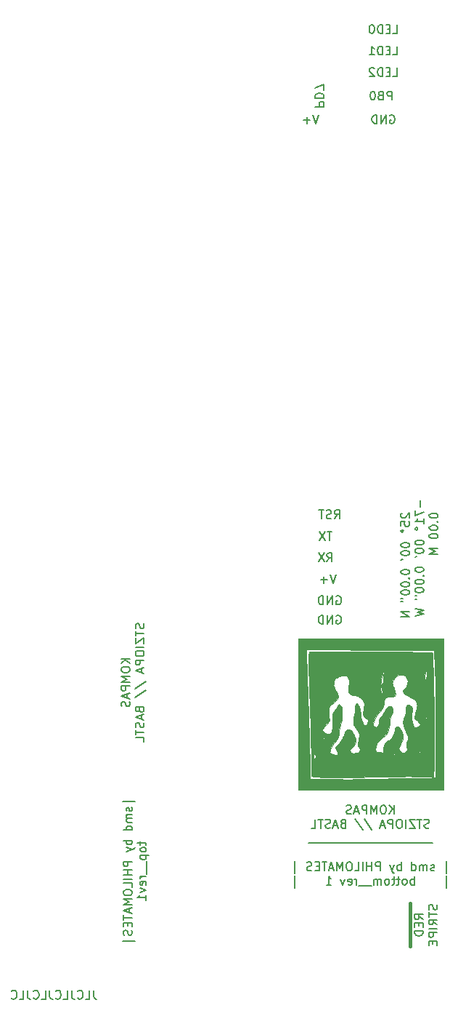
<source format=gbr>
%TF.GenerationSoftware,KiCad,Pcbnew,5.1.8*%
%TF.CreationDate,2020-11-17T21:54:47+01:00*%
%TF.ProjectId,kompas,6b6f6d70-6173-42e6-9b69-6361645f7063,rev?*%
%TF.SameCoordinates,Original*%
%TF.FileFunction,Legend,Bot*%
%TF.FilePolarity,Positive*%
%FSLAX46Y46*%
G04 Gerber Fmt 4.6, Leading zero omitted, Abs format (unit mm)*
G04 Created by KiCad (PCBNEW 5.1.8) date 2020-11-17 21:54:47*
%MOMM*%
%LPD*%
G01*
G04 APERTURE LIST*
%ADD10C,0.150000*%
%ADD11C,0.400000*%
%ADD12C,0.010000*%
G04 APERTURE END LIST*
D10*
X86153047Y-152614380D02*
X86153047Y-153328666D01*
X86200666Y-153471523D01*
X86295904Y-153566761D01*
X86438761Y-153614380D01*
X86534000Y-153614380D01*
X85200666Y-153614380D02*
X85676857Y-153614380D01*
X85676857Y-152614380D01*
X84295904Y-153519142D02*
X84343523Y-153566761D01*
X84486380Y-153614380D01*
X84581619Y-153614380D01*
X84724476Y-153566761D01*
X84819714Y-153471523D01*
X84867333Y-153376285D01*
X84914952Y-153185809D01*
X84914952Y-153042952D01*
X84867333Y-152852476D01*
X84819714Y-152757238D01*
X84724476Y-152662000D01*
X84581619Y-152614380D01*
X84486380Y-152614380D01*
X84343523Y-152662000D01*
X84295904Y-152709619D01*
X83581619Y-152614380D02*
X83581619Y-153328666D01*
X83629238Y-153471523D01*
X83724476Y-153566761D01*
X83867333Y-153614380D01*
X83962571Y-153614380D01*
X82629238Y-153614380D02*
X83105428Y-153614380D01*
X83105428Y-152614380D01*
X81724476Y-153519142D02*
X81772095Y-153566761D01*
X81914952Y-153614380D01*
X82010190Y-153614380D01*
X82153047Y-153566761D01*
X82248285Y-153471523D01*
X82295904Y-153376285D01*
X82343523Y-153185809D01*
X82343523Y-153042952D01*
X82295904Y-152852476D01*
X82248285Y-152757238D01*
X82153047Y-152662000D01*
X82010190Y-152614380D01*
X81914952Y-152614380D01*
X81772095Y-152662000D01*
X81724476Y-152709619D01*
X81010190Y-152614380D02*
X81010190Y-153328666D01*
X81057809Y-153471523D01*
X81153047Y-153566761D01*
X81295904Y-153614380D01*
X81391142Y-153614380D01*
X80057809Y-153614380D02*
X80534000Y-153614380D01*
X80534000Y-152614380D01*
X79153047Y-153519142D02*
X79200666Y-153566761D01*
X79343523Y-153614380D01*
X79438761Y-153614380D01*
X79581619Y-153566761D01*
X79676857Y-153471523D01*
X79724476Y-153376285D01*
X79772095Y-153185809D01*
X79772095Y-153042952D01*
X79724476Y-152852476D01*
X79676857Y-152757238D01*
X79581619Y-152662000D01*
X79438761Y-152614380D01*
X79343523Y-152614380D01*
X79200666Y-152662000D01*
X79153047Y-152709619D01*
X78438761Y-152614380D02*
X78438761Y-153328666D01*
X78486380Y-153471523D01*
X78581619Y-153566761D01*
X78724476Y-153614380D01*
X78819714Y-153614380D01*
X77486380Y-153614380D02*
X77962571Y-153614380D01*
X77962571Y-152614380D01*
X76581619Y-153519142D02*
X76629238Y-153566761D01*
X76772095Y-153614380D01*
X76867333Y-153614380D01*
X77010190Y-153566761D01*
X77105428Y-153471523D01*
X77153047Y-153376285D01*
X77200666Y-153185809D01*
X77200666Y-153042952D01*
X77153047Y-152852476D01*
X77105428Y-152757238D01*
X77010190Y-152662000D01*
X76867333Y-152614380D01*
X76772095Y-152614380D01*
X76629238Y-152662000D01*
X76581619Y-152709619D01*
X121217151Y-132071368D02*
X121217151Y-131071368D01*
X120645723Y-132071368D02*
X121074294Y-131499940D01*
X120645723Y-131071368D02*
X121217151Y-131642797D01*
X120026675Y-131071368D02*
X119836199Y-131071368D01*
X119740961Y-131118988D01*
X119645723Y-131214226D01*
X119598104Y-131404702D01*
X119598104Y-131738035D01*
X119645723Y-131928511D01*
X119740961Y-132023749D01*
X119836199Y-132071368D01*
X120026675Y-132071368D01*
X120121913Y-132023749D01*
X120217151Y-131928511D01*
X120264770Y-131738035D01*
X120264770Y-131404702D01*
X120217151Y-131214226D01*
X120121913Y-131118988D01*
X120026675Y-131071368D01*
X119169532Y-132071368D02*
X119169532Y-131071368D01*
X118836199Y-131785654D01*
X118502866Y-131071368D01*
X118502866Y-132071368D01*
X118026675Y-132071368D02*
X118026675Y-131071368D01*
X117645723Y-131071368D01*
X117550485Y-131118988D01*
X117502866Y-131166607D01*
X117455247Y-131261845D01*
X117455247Y-131404702D01*
X117502866Y-131499940D01*
X117550485Y-131547559D01*
X117645723Y-131595178D01*
X118026675Y-131595178D01*
X117074294Y-131785654D02*
X116598104Y-131785654D01*
X117169532Y-132071368D02*
X116836199Y-131071368D01*
X116502866Y-132071368D01*
X116217151Y-132023749D02*
X116074294Y-132071368D01*
X115836199Y-132071368D01*
X115740961Y-132023749D01*
X115693342Y-131976130D01*
X115645723Y-131880892D01*
X115645723Y-131785654D01*
X115693342Y-131690416D01*
X115740961Y-131642797D01*
X115836199Y-131595178D01*
X116026675Y-131547559D01*
X116121913Y-131499940D01*
X116169532Y-131452321D01*
X116217151Y-131357083D01*
X116217151Y-131261845D01*
X116169532Y-131166607D01*
X116121913Y-131118988D01*
X116026675Y-131071368D01*
X115788580Y-131071368D01*
X115645723Y-131118988D01*
X125288580Y-133673749D02*
X125145723Y-133721368D01*
X124907627Y-133721368D01*
X124812389Y-133673749D01*
X124764770Y-133626130D01*
X124717151Y-133530892D01*
X124717151Y-133435654D01*
X124764770Y-133340416D01*
X124812389Y-133292797D01*
X124907627Y-133245178D01*
X125098104Y-133197559D01*
X125193342Y-133149940D01*
X125240961Y-133102321D01*
X125288580Y-133007083D01*
X125288580Y-132911845D01*
X125240961Y-132816607D01*
X125193342Y-132768988D01*
X125098104Y-132721368D01*
X124860008Y-132721368D01*
X124717151Y-132768988D01*
X124431437Y-132721368D02*
X123860008Y-132721368D01*
X124145723Y-133721368D02*
X124145723Y-132721368D01*
X123621913Y-132721368D02*
X122955247Y-132721368D01*
X123621913Y-133721368D01*
X122955247Y-133721368D01*
X122574294Y-133721368D02*
X122574294Y-132721368D01*
X121907627Y-132721368D02*
X121717151Y-132721368D01*
X121621913Y-132768988D01*
X121526675Y-132864226D01*
X121479056Y-133054702D01*
X121479056Y-133388035D01*
X121526675Y-133578511D01*
X121621913Y-133673749D01*
X121717151Y-133721368D01*
X121907627Y-133721368D01*
X122002866Y-133673749D01*
X122098104Y-133578511D01*
X122145723Y-133388035D01*
X122145723Y-133054702D01*
X122098104Y-132864226D01*
X122002866Y-132768988D01*
X121907627Y-132721368D01*
X121050485Y-133721368D02*
X121050485Y-132721368D01*
X120669532Y-132721368D01*
X120574294Y-132768988D01*
X120526675Y-132816607D01*
X120479056Y-132911845D01*
X120479056Y-133054702D01*
X120526675Y-133149940D01*
X120574294Y-133197559D01*
X120669532Y-133245178D01*
X121050485Y-133245178D01*
X120098104Y-133435654D02*
X119621913Y-133435654D01*
X120193342Y-133721368D02*
X119860008Y-132721368D01*
X119526675Y-133721368D01*
X117717151Y-132673749D02*
X118574294Y-133959464D01*
X116669532Y-132673749D02*
X117526675Y-133959464D01*
X115240961Y-133197559D02*
X115098104Y-133245178D01*
X115050485Y-133292797D01*
X115002866Y-133388035D01*
X115002866Y-133530892D01*
X115050485Y-133626130D01*
X115098104Y-133673749D01*
X115193342Y-133721368D01*
X115574294Y-133721368D01*
X115574294Y-132721368D01*
X115240961Y-132721368D01*
X115145723Y-132768988D01*
X115098104Y-132816607D01*
X115050485Y-132911845D01*
X115050485Y-133007083D01*
X115098104Y-133102321D01*
X115145723Y-133149940D01*
X115240961Y-133197559D01*
X115574294Y-133197559D01*
X114621913Y-133435654D02*
X114145723Y-133435654D01*
X114717151Y-133721368D02*
X114383818Y-132721368D01*
X114050485Y-133721368D01*
X113764770Y-133673749D02*
X113621913Y-133721368D01*
X113383818Y-133721368D01*
X113288580Y-133673749D01*
X113240961Y-133626130D01*
X113193342Y-133530892D01*
X113193342Y-133435654D01*
X113240961Y-133340416D01*
X113288580Y-133292797D01*
X113383818Y-133245178D01*
X113574294Y-133197559D01*
X113669532Y-133149940D01*
X113717151Y-133102321D01*
X113764770Y-133007083D01*
X113764770Y-132911845D01*
X113717151Y-132816607D01*
X113669532Y-132768988D01*
X113574294Y-132721368D01*
X113336199Y-132721368D01*
X113193342Y-132768988D01*
X112907627Y-132721368D02*
X112336199Y-132721368D01*
X112621913Y-133721368D02*
X112621913Y-132721368D01*
X111526675Y-133721368D02*
X112002866Y-133721368D01*
X112002866Y-132721368D01*
X125693342Y-135466607D02*
X124931437Y-135466607D01*
X124931437Y-135466607D02*
X124169532Y-135466607D01*
X124169532Y-135466607D02*
X123407627Y-135466607D01*
X123407627Y-135466607D02*
X122645723Y-135466607D01*
X122645723Y-135466607D02*
X121883818Y-135466607D01*
X121883818Y-135466607D02*
X121121913Y-135466607D01*
X121121913Y-135466607D02*
X120360008Y-135466607D01*
X120360008Y-135466607D02*
X119598104Y-135466607D01*
X119598104Y-135466607D02*
X118836199Y-135466607D01*
X118836199Y-135466607D02*
X118074294Y-135466607D01*
X118074294Y-135466607D02*
X117312389Y-135466607D01*
X117312389Y-135466607D02*
X116550485Y-135466607D01*
X116550485Y-135466607D02*
X115788580Y-135466607D01*
X115788580Y-135466607D02*
X115026675Y-135466607D01*
X115026675Y-135466607D02*
X114264770Y-135466607D01*
X114264770Y-135466607D02*
X113502866Y-135466607D01*
X113502866Y-135466607D02*
X112740961Y-135466607D01*
X112740961Y-135466607D02*
X111979056Y-135466607D01*
X111979056Y-135466607D02*
X111217151Y-135466607D01*
X127312389Y-139004702D02*
X127312389Y-137576130D01*
X125883818Y-138623749D02*
X125788580Y-138671368D01*
X125598104Y-138671368D01*
X125502866Y-138623749D01*
X125455247Y-138528511D01*
X125455247Y-138480892D01*
X125502866Y-138385654D01*
X125598104Y-138338035D01*
X125740961Y-138338035D01*
X125836199Y-138290416D01*
X125883818Y-138195178D01*
X125883818Y-138147559D01*
X125836199Y-138052321D01*
X125740961Y-138004702D01*
X125598104Y-138004702D01*
X125502866Y-138052321D01*
X125026675Y-138671368D02*
X125026675Y-138004702D01*
X125026675Y-138099940D02*
X124979056Y-138052321D01*
X124883818Y-138004702D01*
X124740961Y-138004702D01*
X124645723Y-138052321D01*
X124598104Y-138147559D01*
X124598104Y-138671368D01*
X124598104Y-138147559D02*
X124550485Y-138052321D01*
X124455247Y-138004702D01*
X124312389Y-138004702D01*
X124217151Y-138052321D01*
X124169532Y-138147559D01*
X124169532Y-138671368D01*
X123264770Y-138671368D02*
X123264770Y-137671368D01*
X123264770Y-138623749D02*
X123360008Y-138671368D01*
X123550485Y-138671368D01*
X123645723Y-138623749D01*
X123693342Y-138576130D01*
X123740961Y-138480892D01*
X123740961Y-138195178D01*
X123693342Y-138099940D01*
X123645723Y-138052321D01*
X123550485Y-138004702D01*
X123360008Y-138004702D01*
X123264770Y-138052321D01*
X122026675Y-138671368D02*
X122026675Y-137671368D01*
X122026675Y-138052321D02*
X121931437Y-138004702D01*
X121740961Y-138004702D01*
X121645723Y-138052321D01*
X121598104Y-138099940D01*
X121550485Y-138195178D01*
X121550485Y-138480892D01*
X121598104Y-138576130D01*
X121645723Y-138623749D01*
X121740961Y-138671368D01*
X121931437Y-138671368D01*
X122026675Y-138623749D01*
X121217151Y-138004702D02*
X120979056Y-138671368D01*
X120740961Y-138004702D02*
X120979056Y-138671368D01*
X121074294Y-138909464D01*
X121121913Y-138957083D01*
X121217151Y-139004702D01*
X119598104Y-138671368D02*
X119598104Y-137671368D01*
X119217151Y-137671368D01*
X119121913Y-137718988D01*
X119074294Y-137766607D01*
X119026675Y-137861845D01*
X119026675Y-138004702D01*
X119074294Y-138099940D01*
X119121913Y-138147559D01*
X119217151Y-138195178D01*
X119598104Y-138195178D01*
X118598104Y-138671368D02*
X118598104Y-137671368D01*
X118598104Y-138147559D02*
X118026675Y-138147559D01*
X118026675Y-138671368D02*
X118026675Y-137671368D01*
X117550485Y-138671368D02*
X117550485Y-137671368D01*
X116598104Y-138671368D02*
X117074294Y-138671368D01*
X117074294Y-137671368D01*
X116074294Y-137671368D02*
X115883818Y-137671368D01*
X115788580Y-137718988D01*
X115693342Y-137814226D01*
X115645723Y-138004702D01*
X115645723Y-138338035D01*
X115693342Y-138528511D01*
X115788580Y-138623749D01*
X115883818Y-138671368D01*
X116074294Y-138671368D01*
X116169532Y-138623749D01*
X116264770Y-138528511D01*
X116312389Y-138338035D01*
X116312389Y-138004702D01*
X116264770Y-137814226D01*
X116169532Y-137718988D01*
X116074294Y-137671368D01*
X115217151Y-138671368D02*
X115217151Y-137671368D01*
X114883818Y-138385654D01*
X114550485Y-137671368D01*
X114550485Y-138671368D01*
X114121913Y-138385654D02*
X113645723Y-138385654D01*
X114217151Y-138671368D02*
X113883818Y-137671368D01*
X113550485Y-138671368D01*
X113360008Y-137671368D02*
X112788580Y-137671368D01*
X113074294Y-138671368D02*
X113074294Y-137671368D01*
X112455247Y-138147559D02*
X112121913Y-138147559D01*
X111979056Y-138671368D02*
X112455247Y-138671368D01*
X112455247Y-137671368D01*
X111979056Y-137671368D01*
X111598104Y-138623749D02*
X111455247Y-138671368D01*
X111217151Y-138671368D01*
X111121913Y-138623749D01*
X111074294Y-138576130D01*
X111026675Y-138480892D01*
X111026675Y-138385654D01*
X111074294Y-138290416D01*
X111121913Y-138242797D01*
X111217151Y-138195178D01*
X111407627Y-138147559D01*
X111502866Y-138099940D01*
X111550485Y-138052321D01*
X111598104Y-137957083D01*
X111598104Y-137861845D01*
X111550485Y-137766607D01*
X111502866Y-137718988D01*
X111407627Y-137671368D01*
X111169532Y-137671368D01*
X111026675Y-137718988D01*
X109598104Y-139004702D02*
X109598104Y-137576130D01*
X127312389Y-140654702D02*
X127312389Y-139226130D01*
X123550485Y-140321368D02*
X123550485Y-139321368D01*
X123550485Y-139702321D02*
X123455247Y-139654702D01*
X123264770Y-139654702D01*
X123169532Y-139702321D01*
X123121913Y-139749940D01*
X123074294Y-139845178D01*
X123074294Y-140130892D01*
X123121913Y-140226130D01*
X123169532Y-140273749D01*
X123264770Y-140321368D01*
X123455247Y-140321368D01*
X123550485Y-140273749D01*
X122502866Y-140321368D02*
X122598104Y-140273749D01*
X122645723Y-140226130D01*
X122693342Y-140130892D01*
X122693342Y-139845178D01*
X122645723Y-139749940D01*
X122598104Y-139702321D01*
X122502866Y-139654702D01*
X122360008Y-139654702D01*
X122264770Y-139702321D01*
X122217151Y-139749940D01*
X122169532Y-139845178D01*
X122169532Y-140130892D01*
X122217151Y-140226130D01*
X122264770Y-140273749D01*
X122360008Y-140321368D01*
X122502866Y-140321368D01*
X121883818Y-139654702D02*
X121502866Y-139654702D01*
X121740961Y-139321368D02*
X121740961Y-140178511D01*
X121693342Y-140273749D01*
X121598104Y-140321368D01*
X121502866Y-140321368D01*
X121312389Y-139654702D02*
X120931437Y-139654702D01*
X121169532Y-139321368D02*
X121169532Y-140178511D01*
X121121913Y-140273749D01*
X121026675Y-140321368D01*
X120931437Y-140321368D01*
X120455247Y-140321368D02*
X120550485Y-140273749D01*
X120598104Y-140226130D01*
X120645723Y-140130892D01*
X120645723Y-139845178D01*
X120598104Y-139749940D01*
X120550485Y-139702321D01*
X120455247Y-139654702D01*
X120312389Y-139654702D01*
X120217151Y-139702321D01*
X120169532Y-139749940D01*
X120121913Y-139845178D01*
X120121913Y-140130892D01*
X120169532Y-140226130D01*
X120217151Y-140273749D01*
X120312389Y-140321368D01*
X120455247Y-140321368D01*
X119693342Y-140321368D02*
X119693342Y-139654702D01*
X119693342Y-139749940D02*
X119645723Y-139702321D01*
X119550485Y-139654702D01*
X119407627Y-139654702D01*
X119312389Y-139702321D01*
X119264770Y-139797559D01*
X119264770Y-140321368D01*
X119264770Y-139797559D02*
X119217151Y-139702321D01*
X119121913Y-139654702D01*
X118979056Y-139654702D01*
X118883818Y-139702321D01*
X118836199Y-139797559D01*
X118836199Y-140321368D01*
X118598104Y-140416607D02*
X117836199Y-140416607D01*
X117836199Y-140416607D02*
X117074294Y-140416607D01*
X116836199Y-140321368D02*
X116836199Y-139654702D01*
X116836199Y-139845178D02*
X116788580Y-139749940D01*
X116740961Y-139702321D01*
X116645723Y-139654702D01*
X116550485Y-139654702D01*
X115836199Y-140273749D02*
X115931437Y-140321368D01*
X116121913Y-140321368D01*
X116217151Y-140273749D01*
X116264770Y-140178511D01*
X116264770Y-139797559D01*
X116217151Y-139702321D01*
X116121913Y-139654702D01*
X115931437Y-139654702D01*
X115836199Y-139702321D01*
X115788580Y-139797559D01*
X115788580Y-139892797D01*
X116264770Y-139988035D01*
X115455247Y-139654702D02*
X115217151Y-140321368D01*
X114979056Y-139654702D01*
X113312389Y-140321368D02*
X113883818Y-140321368D01*
X113598104Y-140321368D02*
X113598104Y-139321368D01*
X113693342Y-139464226D01*
X113788580Y-139559464D01*
X113883818Y-139607083D01*
X109598104Y-140654702D02*
X109598104Y-139226130D01*
X122102866Y-97055773D02*
X122055247Y-97103392D01*
X122007627Y-97198630D01*
X122007627Y-97436726D01*
X122055247Y-97531964D01*
X122102866Y-97579583D01*
X122198104Y-97627202D01*
X122293342Y-97627202D01*
X122436199Y-97579583D01*
X123007627Y-97008154D01*
X123007627Y-97627202D01*
X122007627Y-98531964D02*
X122007627Y-98055773D01*
X122483818Y-98008154D01*
X122436199Y-98055773D01*
X122388580Y-98151011D01*
X122388580Y-98389107D01*
X122436199Y-98484345D01*
X122483818Y-98531964D01*
X122579056Y-98579583D01*
X122817151Y-98579583D01*
X122912389Y-98531964D01*
X122960008Y-98484345D01*
X123007627Y-98389107D01*
X123007627Y-98151011D01*
X122960008Y-98055773D01*
X122912389Y-98008154D01*
X122007627Y-99151011D02*
X122055247Y-99055773D01*
X122150485Y-99008154D01*
X122245723Y-99055773D01*
X122293342Y-99151011D01*
X122245723Y-99246249D01*
X122150485Y-99293868D01*
X122055247Y-99246249D01*
X122007627Y-99151011D01*
X122007627Y-100722440D02*
X122007627Y-100817678D01*
X122055247Y-100912916D01*
X122102866Y-100960535D01*
X122198104Y-101008154D01*
X122388580Y-101055773D01*
X122626675Y-101055773D01*
X122817151Y-101008154D01*
X122912389Y-100960535D01*
X122960008Y-100912916D01*
X123007627Y-100817678D01*
X123007627Y-100722440D01*
X122960008Y-100627202D01*
X122912389Y-100579583D01*
X122817151Y-100531964D01*
X122626675Y-100484345D01*
X122388580Y-100484345D01*
X122198104Y-100531964D01*
X122102866Y-100579583D01*
X122055247Y-100627202D01*
X122007627Y-100722440D01*
X122007627Y-101674821D02*
X122007627Y-101770059D01*
X122055247Y-101865297D01*
X122102866Y-101912916D01*
X122198104Y-101960535D01*
X122388580Y-102008154D01*
X122626675Y-102008154D01*
X122817151Y-101960535D01*
X122912389Y-101912916D01*
X122960008Y-101865297D01*
X123007627Y-101770059D01*
X123007627Y-101674821D01*
X122960008Y-101579583D01*
X122912389Y-101531964D01*
X122817151Y-101484345D01*
X122626675Y-101436726D01*
X122388580Y-101436726D01*
X122198104Y-101484345D01*
X122102866Y-101531964D01*
X122055247Y-101579583D01*
X122007627Y-101674821D01*
X122007627Y-102484345D02*
X122198104Y-102389107D01*
X122007627Y-103865297D02*
X122007627Y-103960535D01*
X122055247Y-104055773D01*
X122102866Y-104103392D01*
X122198104Y-104151011D01*
X122388580Y-104198630D01*
X122626675Y-104198630D01*
X122817151Y-104151011D01*
X122912389Y-104103392D01*
X122960008Y-104055773D01*
X123007627Y-103960535D01*
X123007627Y-103865297D01*
X122960008Y-103770059D01*
X122912389Y-103722440D01*
X122817151Y-103674821D01*
X122626675Y-103627202D01*
X122388580Y-103627202D01*
X122198104Y-103674821D01*
X122102866Y-103722440D01*
X122055247Y-103770059D01*
X122007627Y-103865297D01*
X122912389Y-104627202D02*
X122960008Y-104674821D01*
X123007627Y-104627202D01*
X122960008Y-104579583D01*
X122912389Y-104627202D01*
X123007627Y-104627202D01*
X122007627Y-105293868D02*
X122007627Y-105389107D01*
X122055247Y-105484345D01*
X122102866Y-105531964D01*
X122198104Y-105579583D01*
X122388580Y-105627202D01*
X122626675Y-105627202D01*
X122817151Y-105579583D01*
X122912389Y-105531964D01*
X122960008Y-105484345D01*
X123007627Y-105389107D01*
X123007627Y-105293868D01*
X122960008Y-105198630D01*
X122912389Y-105151011D01*
X122817151Y-105103392D01*
X122626675Y-105055773D01*
X122388580Y-105055773D01*
X122198104Y-105103392D01*
X122102866Y-105151011D01*
X122055247Y-105198630D01*
X122007627Y-105293868D01*
X122007627Y-106246249D02*
X122007627Y-106341488D01*
X122055247Y-106436726D01*
X122102866Y-106484345D01*
X122198104Y-106531964D01*
X122388580Y-106579583D01*
X122626675Y-106579583D01*
X122817151Y-106531964D01*
X122912389Y-106484345D01*
X122960008Y-106436726D01*
X123007627Y-106341488D01*
X123007627Y-106246249D01*
X122960008Y-106151011D01*
X122912389Y-106103392D01*
X122817151Y-106055773D01*
X122626675Y-106008154D01*
X122388580Y-106008154D01*
X122198104Y-106055773D01*
X122102866Y-106103392D01*
X122055247Y-106151011D01*
X122007627Y-106246249D01*
X122007627Y-106960535D02*
X122198104Y-106960535D01*
X122007627Y-107341488D02*
X122198104Y-107341488D01*
X123007627Y-108531964D02*
X122007627Y-108531964D01*
X123007627Y-109103392D01*
X122007627Y-109103392D01*
X124276675Y-95579583D02*
X124276675Y-96341488D01*
X123657627Y-96722440D02*
X123657627Y-97389107D01*
X124657627Y-96960535D01*
X124657627Y-98293868D02*
X124657627Y-97722440D01*
X124657627Y-98008154D02*
X123657627Y-98008154D01*
X123800485Y-97912916D01*
X123895723Y-97817678D01*
X123943342Y-97722440D01*
X123657627Y-98865297D02*
X123705247Y-98770059D01*
X123800485Y-98722440D01*
X123895723Y-98770059D01*
X123943342Y-98865297D01*
X123895723Y-98960535D01*
X123800485Y-99008154D01*
X123705247Y-98960535D01*
X123657627Y-98865297D01*
X123657627Y-100436726D02*
X123657627Y-100531964D01*
X123705247Y-100627202D01*
X123752866Y-100674821D01*
X123848104Y-100722440D01*
X124038580Y-100770059D01*
X124276675Y-100770059D01*
X124467151Y-100722440D01*
X124562389Y-100674821D01*
X124610008Y-100627202D01*
X124657627Y-100531964D01*
X124657627Y-100436726D01*
X124610008Y-100341488D01*
X124562389Y-100293868D01*
X124467151Y-100246249D01*
X124276675Y-100198630D01*
X124038580Y-100198630D01*
X123848104Y-100246249D01*
X123752866Y-100293868D01*
X123705247Y-100341488D01*
X123657627Y-100436726D01*
X123657627Y-101389107D02*
X123657627Y-101484345D01*
X123705247Y-101579583D01*
X123752866Y-101627202D01*
X123848104Y-101674821D01*
X124038580Y-101722440D01*
X124276675Y-101722440D01*
X124467151Y-101674821D01*
X124562389Y-101627202D01*
X124610008Y-101579583D01*
X124657627Y-101484345D01*
X124657627Y-101389107D01*
X124610008Y-101293868D01*
X124562389Y-101246249D01*
X124467151Y-101198630D01*
X124276675Y-101151011D01*
X124038580Y-101151011D01*
X123848104Y-101198630D01*
X123752866Y-101246249D01*
X123705247Y-101293868D01*
X123657627Y-101389107D01*
X123657627Y-102198630D02*
X123848104Y-102103392D01*
X123657627Y-103579583D02*
X123657627Y-103674821D01*
X123705247Y-103770059D01*
X123752866Y-103817678D01*
X123848104Y-103865297D01*
X124038580Y-103912916D01*
X124276675Y-103912916D01*
X124467151Y-103865297D01*
X124562389Y-103817678D01*
X124610008Y-103770059D01*
X124657627Y-103674821D01*
X124657627Y-103579583D01*
X124610008Y-103484345D01*
X124562389Y-103436726D01*
X124467151Y-103389107D01*
X124276675Y-103341488D01*
X124038580Y-103341488D01*
X123848104Y-103389107D01*
X123752866Y-103436726D01*
X123705247Y-103484345D01*
X123657627Y-103579583D01*
X124562389Y-104341488D02*
X124610008Y-104389107D01*
X124657627Y-104341488D01*
X124610008Y-104293868D01*
X124562389Y-104341488D01*
X124657627Y-104341488D01*
X123657627Y-105008154D02*
X123657627Y-105103392D01*
X123705247Y-105198630D01*
X123752866Y-105246249D01*
X123848104Y-105293868D01*
X124038580Y-105341488D01*
X124276675Y-105341488D01*
X124467151Y-105293868D01*
X124562389Y-105246249D01*
X124610008Y-105198630D01*
X124657627Y-105103392D01*
X124657627Y-105008154D01*
X124610008Y-104912916D01*
X124562389Y-104865297D01*
X124467151Y-104817678D01*
X124276675Y-104770059D01*
X124038580Y-104770059D01*
X123848104Y-104817678D01*
X123752866Y-104865297D01*
X123705247Y-104912916D01*
X123657627Y-105008154D01*
X123657627Y-105960535D02*
X123657627Y-106055773D01*
X123705247Y-106151011D01*
X123752866Y-106198630D01*
X123848104Y-106246249D01*
X124038580Y-106293868D01*
X124276675Y-106293868D01*
X124467151Y-106246249D01*
X124562389Y-106198630D01*
X124610008Y-106151011D01*
X124657627Y-106055773D01*
X124657627Y-105960535D01*
X124610008Y-105865297D01*
X124562389Y-105817678D01*
X124467151Y-105770059D01*
X124276675Y-105722440D01*
X124038580Y-105722440D01*
X123848104Y-105770059D01*
X123752866Y-105817678D01*
X123705247Y-105865297D01*
X123657627Y-105960535D01*
X123657627Y-106674821D02*
X123848104Y-106674821D01*
X123657627Y-107055773D02*
X123848104Y-107055773D01*
X123657627Y-108151011D02*
X124657627Y-108389107D01*
X123943342Y-108579583D01*
X124657627Y-108770059D01*
X123657627Y-109008154D01*
X125307627Y-97293868D02*
X125307627Y-97389107D01*
X125355247Y-97484345D01*
X125402866Y-97531964D01*
X125498104Y-97579583D01*
X125688580Y-97627202D01*
X125926675Y-97627202D01*
X126117151Y-97579583D01*
X126212389Y-97531964D01*
X126260008Y-97484345D01*
X126307627Y-97389107D01*
X126307627Y-97293868D01*
X126260008Y-97198630D01*
X126212389Y-97151011D01*
X126117151Y-97103392D01*
X125926675Y-97055773D01*
X125688580Y-97055773D01*
X125498104Y-97103392D01*
X125402866Y-97151011D01*
X125355247Y-97198630D01*
X125307627Y-97293868D01*
X126212389Y-98055773D02*
X126260008Y-98103392D01*
X126307627Y-98055773D01*
X126260008Y-98008154D01*
X126212389Y-98055773D01*
X126307627Y-98055773D01*
X125307627Y-98722440D02*
X125307627Y-98817678D01*
X125355247Y-98912916D01*
X125402866Y-98960535D01*
X125498104Y-99008154D01*
X125688580Y-99055773D01*
X125926675Y-99055773D01*
X126117151Y-99008154D01*
X126212389Y-98960535D01*
X126260008Y-98912916D01*
X126307627Y-98817678D01*
X126307627Y-98722440D01*
X126260008Y-98627202D01*
X126212389Y-98579583D01*
X126117151Y-98531964D01*
X125926675Y-98484345D01*
X125688580Y-98484345D01*
X125498104Y-98531964D01*
X125402866Y-98579583D01*
X125355247Y-98627202D01*
X125307627Y-98722440D01*
X125307627Y-99674821D02*
X125307627Y-99770059D01*
X125355247Y-99865297D01*
X125402866Y-99912916D01*
X125498104Y-99960535D01*
X125688580Y-100008154D01*
X125926675Y-100008154D01*
X126117151Y-99960535D01*
X126212389Y-99912916D01*
X126260008Y-99865297D01*
X126307627Y-99770059D01*
X126307627Y-99674821D01*
X126260008Y-99579583D01*
X126212389Y-99531964D01*
X126117151Y-99484345D01*
X125926675Y-99436726D01*
X125688580Y-99436726D01*
X125498104Y-99484345D01*
X125402866Y-99531964D01*
X125355247Y-99579583D01*
X125307627Y-99674821D01*
X126307627Y-101198630D02*
X125307627Y-101198630D01*
X126021913Y-101531964D01*
X125307627Y-101865297D01*
X126307627Y-101865297D01*
X90960714Y-130654761D02*
X89532142Y-130654761D01*
X90579761Y-131321428D02*
X90627380Y-131416666D01*
X90627380Y-131607142D01*
X90579761Y-131702380D01*
X90484523Y-131750000D01*
X90436904Y-131750000D01*
X90341666Y-131702380D01*
X90294047Y-131607142D01*
X90294047Y-131464285D01*
X90246428Y-131369047D01*
X90151190Y-131321428D01*
X90103571Y-131321428D01*
X90008333Y-131369047D01*
X89960714Y-131464285D01*
X89960714Y-131607142D01*
X90008333Y-131702380D01*
X90627380Y-132178571D02*
X89960714Y-132178571D01*
X90055952Y-132178571D02*
X90008333Y-132226190D01*
X89960714Y-132321428D01*
X89960714Y-132464285D01*
X90008333Y-132559523D01*
X90103571Y-132607142D01*
X90627380Y-132607142D01*
X90103571Y-132607142D02*
X90008333Y-132654761D01*
X89960714Y-132750000D01*
X89960714Y-132892857D01*
X90008333Y-132988095D01*
X90103571Y-133035714D01*
X90627380Y-133035714D01*
X90627380Y-133940476D02*
X89627380Y-133940476D01*
X90579761Y-133940476D02*
X90627380Y-133845238D01*
X90627380Y-133654761D01*
X90579761Y-133559523D01*
X90532142Y-133511904D01*
X90436904Y-133464285D01*
X90151190Y-133464285D01*
X90055952Y-133511904D01*
X90008333Y-133559523D01*
X89960714Y-133654761D01*
X89960714Y-133845238D01*
X90008333Y-133940476D01*
X90627380Y-135178571D02*
X89627380Y-135178571D01*
X90008333Y-135178571D02*
X89960714Y-135273809D01*
X89960714Y-135464285D01*
X90008333Y-135559523D01*
X90055952Y-135607142D01*
X90151190Y-135654761D01*
X90436904Y-135654761D01*
X90532142Y-135607142D01*
X90579761Y-135559523D01*
X90627380Y-135464285D01*
X90627380Y-135273809D01*
X90579761Y-135178571D01*
X89960714Y-135988095D02*
X90627380Y-136226190D01*
X89960714Y-136464285D02*
X90627380Y-136226190D01*
X90865476Y-136130952D01*
X90913095Y-136083333D01*
X90960714Y-135988095D01*
X90627380Y-137607142D02*
X89627380Y-137607142D01*
X89627380Y-137988095D01*
X89675000Y-138083333D01*
X89722619Y-138130952D01*
X89817857Y-138178571D01*
X89960714Y-138178571D01*
X90055952Y-138130952D01*
X90103571Y-138083333D01*
X90151190Y-137988095D01*
X90151190Y-137607142D01*
X90627380Y-138607142D02*
X89627380Y-138607142D01*
X90103571Y-138607142D02*
X90103571Y-139178571D01*
X90627380Y-139178571D02*
X89627380Y-139178571D01*
X90627380Y-139654761D02*
X89627380Y-139654761D01*
X90627380Y-140607142D02*
X90627380Y-140130952D01*
X89627380Y-140130952D01*
X89627380Y-141130952D02*
X89627380Y-141321428D01*
X89675000Y-141416666D01*
X89770238Y-141511904D01*
X89960714Y-141559523D01*
X90294047Y-141559523D01*
X90484523Y-141511904D01*
X90579761Y-141416666D01*
X90627380Y-141321428D01*
X90627380Y-141130952D01*
X90579761Y-141035714D01*
X90484523Y-140940476D01*
X90294047Y-140892857D01*
X89960714Y-140892857D01*
X89770238Y-140940476D01*
X89675000Y-141035714D01*
X89627380Y-141130952D01*
X90627380Y-141988095D02*
X89627380Y-141988095D01*
X90341666Y-142321428D01*
X89627380Y-142654761D01*
X90627380Y-142654761D01*
X90341666Y-143083333D02*
X90341666Y-143559523D01*
X90627380Y-142988095D02*
X89627380Y-143321428D01*
X90627380Y-143654761D01*
X89627380Y-143845238D02*
X89627380Y-144416666D01*
X90627380Y-144130952D02*
X89627380Y-144130952D01*
X90103571Y-144750000D02*
X90103571Y-145083333D01*
X90627380Y-145226190D02*
X90627380Y-144750000D01*
X89627380Y-144750000D01*
X89627380Y-145226190D01*
X90579761Y-145607142D02*
X90627380Y-145750000D01*
X90627380Y-145988095D01*
X90579761Y-146083333D01*
X90532142Y-146130952D01*
X90436904Y-146178571D01*
X90341666Y-146178571D01*
X90246428Y-146130952D01*
X90198809Y-146083333D01*
X90151190Y-145988095D01*
X90103571Y-145797619D01*
X90055952Y-145702380D01*
X90008333Y-145654761D01*
X89913095Y-145607142D01*
X89817857Y-145607142D01*
X89722619Y-145654761D01*
X89675000Y-145702380D01*
X89627380Y-145797619D01*
X89627380Y-146035714D01*
X89675000Y-146178571D01*
X90960714Y-146845238D02*
X89532142Y-146845238D01*
X91610714Y-135297619D02*
X91610714Y-135678571D01*
X91277380Y-135440476D02*
X92134523Y-135440476D01*
X92229761Y-135488095D01*
X92277380Y-135583333D01*
X92277380Y-135678571D01*
X92277380Y-136154761D02*
X92229761Y-136059523D01*
X92182142Y-136011904D01*
X92086904Y-135964285D01*
X91801190Y-135964285D01*
X91705952Y-136011904D01*
X91658333Y-136059523D01*
X91610714Y-136154761D01*
X91610714Y-136297619D01*
X91658333Y-136392857D01*
X91705952Y-136440476D01*
X91801190Y-136488095D01*
X92086904Y-136488095D01*
X92182142Y-136440476D01*
X92229761Y-136392857D01*
X92277380Y-136297619D01*
X92277380Y-136154761D01*
X91610714Y-136916666D02*
X92610714Y-136916666D01*
X91658333Y-136916666D02*
X91610714Y-137011904D01*
X91610714Y-137202380D01*
X91658333Y-137297619D01*
X91705952Y-137345238D01*
X91801190Y-137392857D01*
X92086904Y-137392857D01*
X92182142Y-137345238D01*
X92229761Y-137297619D01*
X92277380Y-137202380D01*
X92277380Y-137011904D01*
X92229761Y-136916666D01*
X92372619Y-137583333D02*
X92372619Y-138345238D01*
X92372619Y-138345238D02*
X92372619Y-139107142D01*
X92277380Y-139345238D02*
X91610714Y-139345238D01*
X91801190Y-139345238D02*
X91705952Y-139392857D01*
X91658333Y-139440476D01*
X91610714Y-139535714D01*
X91610714Y-139630952D01*
X92229761Y-140345238D02*
X92277380Y-140250000D01*
X92277380Y-140059523D01*
X92229761Y-139964285D01*
X92134523Y-139916666D01*
X91753571Y-139916666D01*
X91658333Y-139964285D01*
X91610714Y-140059523D01*
X91610714Y-140250000D01*
X91658333Y-140345238D01*
X91753571Y-140392857D01*
X91848809Y-140392857D01*
X91944047Y-139916666D01*
X91610714Y-140726190D02*
X92277380Y-140964285D01*
X91610714Y-141202380D01*
X92277380Y-142107142D02*
X92277380Y-141535714D01*
X92277380Y-141821428D02*
X91277380Y-141821428D01*
X91420238Y-141726190D01*
X91515476Y-141630952D01*
X91563095Y-141535714D01*
X90377380Y-113988095D02*
X89377380Y-113988095D01*
X90377380Y-114559523D02*
X89805952Y-114130952D01*
X89377380Y-114559523D02*
X89948809Y-113988095D01*
X89377380Y-115178571D02*
X89377380Y-115369047D01*
X89425000Y-115464285D01*
X89520238Y-115559523D01*
X89710714Y-115607142D01*
X90044047Y-115607142D01*
X90234523Y-115559523D01*
X90329761Y-115464285D01*
X90377380Y-115369047D01*
X90377380Y-115178571D01*
X90329761Y-115083333D01*
X90234523Y-114988095D01*
X90044047Y-114940476D01*
X89710714Y-114940476D01*
X89520238Y-114988095D01*
X89425000Y-115083333D01*
X89377380Y-115178571D01*
X90377380Y-116035714D02*
X89377380Y-116035714D01*
X90091666Y-116369047D01*
X89377380Y-116702380D01*
X90377380Y-116702380D01*
X90377380Y-117178571D02*
X89377380Y-117178571D01*
X89377380Y-117559523D01*
X89425000Y-117654761D01*
X89472619Y-117702380D01*
X89567857Y-117750000D01*
X89710714Y-117750000D01*
X89805952Y-117702380D01*
X89853571Y-117654761D01*
X89901190Y-117559523D01*
X89901190Y-117178571D01*
X90091666Y-118130952D02*
X90091666Y-118607142D01*
X90377380Y-118035714D02*
X89377380Y-118369047D01*
X90377380Y-118702380D01*
X90329761Y-118988095D02*
X90377380Y-119130952D01*
X90377380Y-119369047D01*
X90329761Y-119464285D01*
X90282142Y-119511904D01*
X90186904Y-119559523D01*
X90091666Y-119559523D01*
X89996428Y-119511904D01*
X89948809Y-119464285D01*
X89901190Y-119369047D01*
X89853571Y-119178571D01*
X89805952Y-119083333D01*
X89758333Y-119035714D01*
X89663095Y-118988095D01*
X89567857Y-118988095D01*
X89472619Y-119035714D01*
X89425000Y-119083333D01*
X89377380Y-119178571D01*
X89377380Y-119416666D01*
X89425000Y-119559523D01*
X91979761Y-109916666D02*
X92027380Y-110059523D01*
X92027380Y-110297619D01*
X91979761Y-110392857D01*
X91932142Y-110440476D01*
X91836904Y-110488095D01*
X91741666Y-110488095D01*
X91646428Y-110440476D01*
X91598809Y-110392857D01*
X91551190Y-110297619D01*
X91503571Y-110107142D01*
X91455952Y-110011904D01*
X91408333Y-109964285D01*
X91313095Y-109916666D01*
X91217857Y-109916666D01*
X91122619Y-109964285D01*
X91075000Y-110011904D01*
X91027380Y-110107142D01*
X91027380Y-110345238D01*
X91075000Y-110488095D01*
X91027380Y-110773809D02*
X91027380Y-111345238D01*
X92027380Y-111059523D02*
X91027380Y-111059523D01*
X91027380Y-111583333D02*
X91027380Y-112250000D01*
X92027380Y-111583333D01*
X92027380Y-112250000D01*
X92027380Y-112630952D02*
X91027380Y-112630952D01*
X91027380Y-113297619D02*
X91027380Y-113488095D01*
X91075000Y-113583333D01*
X91170238Y-113678571D01*
X91360714Y-113726190D01*
X91694047Y-113726190D01*
X91884523Y-113678571D01*
X91979761Y-113583333D01*
X92027380Y-113488095D01*
X92027380Y-113297619D01*
X91979761Y-113202380D01*
X91884523Y-113107142D01*
X91694047Y-113059523D01*
X91360714Y-113059523D01*
X91170238Y-113107142D01*
X91075000Y-113202380D01*
X91027380Y-113297619D01*
X92027380Y-114154761D02*
X91027380Y-114154761D01*
X91027380Y-114535714D01*
X91075000Y-114630952D01*
X91122619Y-114678571D01*
X91217857Y-114726190D01*
X91360714Y-114726190D01*
X91455952Y-114678571D01*
X91503571Y-114630952D01*
X91551190Y-114535714D01*
X91551190Y-114154761D01*
X91741666Y-115107142D02*
X91741666Y-115583333D01*
X92027380Y-115011904D02*
X91027380Y-115345238D01*
X92027380Y-115678571D01*
X90979761Y-117488095D02*
X92265476Y-116630952D01*
X90979761Y-118535714D02*
X92265476Y-117678571D01*
X91503571Y-119964285D02*
X91551190Y-120107142D01*
X91598809Y-120154761D01*
X91694047Y-120202380D01*
X91836904Y-120202380D01*
X91932142Y-120154761D01*
X91979761Y-120107142D01*
X92027380Y-120011904D01*
X92027380Y-119630952D01*
X91027380Y-119630952D01*
X91027380Y-119964285D01*
X91075000Y-120059523D01*
X91122619Y-120107142D01*
X91217857Y-120154761D01*
X91313095Y-120154761D01*
X91408333Y-120107142D01*
X91455952Y-120059523D01*
X91503571Y-119964285D01*
X91503571Y-119630952D01*
X91741666Y-120583333D02*
X91741666Y-121059523D01*
X92027380Y-120488095D02*
X91027380Y-120821428D01*
X92027380Y-121154761D01*
X91979761Y-121440476D02*
X92027380Y-121583333D01*
X92027380Y-121821428D01*
X91979761Y-121916666D01*
X91932142Y-121964285D01*
X91836904Y-122011904D01*
X91741666Y-122011904D01*
X91646428Y-121964285D01*
X91598809Y-121916666D01*
X91551190Y-121821428D01*
X91503571Y-121630952D01*
X91455952Y-121535714D01*
X91408333Y-121488095D01*
X91313095Y-121440476D01*
X91217857Y-121440476D01*
X91122619Y-121488095D01*
X91075000Y-121535714D01*
X91027380Y-121630952D01*
X91027380Y-121869047D01*
X91075000Y-122011904D01*
X91027380Y-122297619D02*
X91027380Y-122869047D01*
X92027380Y-122583333D02*
X91027380Y-122583333D01*
X92027380Y-123678571D02*
X92027380Y-123202380D01*
X91027380Y-123202380D01*
X114407627Y-104196368D02*
X114074294Y-105196368D01*
X113740961Y-104196368D01*
X113407627Y-104815416D02*
X112645723Y-104815416D01*
X113026675Y-105196368D02*
X113026675Y-104434464D01*
X114252866Y-97696368D02*
X114586199Y-97220178D01*
X114824294Y-97696368D02*
X114824294Y-96696368D01*
X114443342Y-96696368D01*
X114348104Y-96743988D01*
X114300485Y-96791607D01*
X114252866Y-96886845D01*
X114252866Y-97029702D01*
X114300485Y-97124940D01*
X114348104Y-97172559D01*
X114443342Y-97220178D01*
X114824294Y-97220178D01*
X113871913Y-97648749D02*
X113729056Y-97696368D01*
X113490961Y-97696368D01*
X113395723Y-97648749D01*
X113348104Y-97601130D01*
X113300485Y-97505892D01*
X113300485Y-97410654D01*
X113348104Y-97315416D01*
X113395723Y-97267797D01*
X113490961Y-97220178D01*
X113681437Y-97172559D01*
X113776675Y-97124940D01*
X113824294Y-97077321D01*
X113871913Y-96982083D01*
X113871913Y-96886845D01*
X113824294Y-96791607D01*
X113776675Y-96743988D01*
X113681437Y-96696368D01*
X113443342Y-96696368D01*
X113300485Y-96743988D01*
X113014770Y-96696368D02*
X112443342Y-96696368D01*
X112729056Y-97696368D02*
X112729056Y-96696368D01*
X114467151Y-108993988D02*
X114562389Y-108946368D01*
X114705247Y-108946368D01*
X114848104Y-108993988D01*
X114943342Y-109089226D01*
X114990961Y-109184464D01*
X115038580Y-109374940D01*
X115038580Y-109517797D01*
X114990961Y-109708273D01*
X114943342Y-109803511D01*
X114848104Y-109898749D01*
X114705247Y-109946368D01*
X114610008Y-109946368D01*
X114467151Y-109898749D01*
X114419532Y-109851130D01*
X114419532Y-109517797D01*
X114610008Y-109517797D01*
X113990961Y-109946368D02*
X113990961Y-108946368D01*
X113419532Y-109946368D01*
X113419532Y-108946368D01*
X112943342Y-109946368D02*
X112943342Y-108946368D01*
X112705247Y-108946368D01*
X112562389Y-108993988D01*
X112467151Y-109089226D01*
X112419532Y-109184464D01*
X112371913Y-109374940D01*
X112371913Y-109517797D01*
X112419532Y-109708273D01*
X112467151Y-109803511D01*
X112562389Y-109898749D01*
X112705247Y-109946368D01*
X112943342Y-109946368D01*
X112002866Y-49732083D02*
X113002866Y-49732083D01*
X113002866Y-49351130D01*
X112955247Y-49255892D01*
X112907627Y-49208273D01*
X112812389Y-49160654D01*
X112669532Y-49160654D01*
X112574294Y-49208273D01*
X112526675Y-49255892D01*
X112479056Y-49351130D01*
X112479056Y-49732083D01*
X112002866Y-48732083D02*
X113002866Y-48732083D01*
X113002866Y-48493988D01*
X112955247Y-48351130D01*
X112860008Y-48255892D01*
X112764770Y-48208273D01*
X112574294Y-48160654D01*
X112431437Y-48160654D01*
X112240961Y-48208273D01*
X112145723Y-48255892D01*
X112050485Y-48351130D01*
X112002866Y-48493988D01*
X112002866Y-48732083D01*
X113002866Y-47827321D02*
X113002866Y-47160654D01*
X112002866Y-47589226D01*
X121074294Y-46196368D02*
X121550485Y-46196368D01*
X121550485Y-45196368D01*
X120740961Y-45672559D02*
X120407627Y-45672559D01*
X120264770Y-46196368D02*
X120740961Y-46196368D01*
X120740961Y-45196368D01*
X120264770Y-45196368D01*
X119836199Y-46196368D02*
X119836199Y-45196368D01*
X119598104Y-45196368D01*
X119455247Y-45243988D01*
X119360008Y-45339226D01*
X119312389Y-45434464D01*
X119264770Y-45624940D01*
X119264770Y-45767797D01*
X119312389Y-45958273D01*
X119360008Y-46053511D01*
X119455247Y-46148749D01*
X119598104Y-46196368D01*
X119836199Y-46196368D01*
X118883818Y-45291607D02*
X118836199Y-45243988D01*
X118740961Y-45196368D01*
X118502866Y-45196368D01*
X118407627Y-45243988D01*
X118360008Y-45291607D01*
X118312389Y-45386845D01*
X118312389Y-45482083D01*
X118360008Y-45624940D01*
X118931437Y-46196368D01*
X118312389Y-46196368D01*
X121074294Y-43696368D02*
X121550485Y-43696368D01*
X121550485Y-42696368D01*
X120740961Y-43172559D02*
X120407627Y-43172559D01*
X120264770Y-43696368D02*
X120740961Y-43696368D01*
X120740961Y-42696368D01*
X120264770Y-42696368D01*
X119836199Y-43696368D02*
X119836199Y-42696368D01*
X119598104Y-42696368D01*
X119455247Y-42743988D01*
X119360008Y-42839226D01*
X119312389Y-42934464D01*
X119264770Y-43124940D01*
X119264770Y-43267797D01*
X119312389Y-43458273D01*
X119360008Y-43553511D01*
X119455247Y-43648749D01*
X119598104Y-43696368D01*
X119836199Y-43696368D01*
X118312389Y-43696368D02*
X118883818Y-43696368D01*
X118598104Y-43696368D02*
X118598104Y-42696368D01*
X118693342Y-42839226D01*
X118788580Y-42934464D01*
X118883818Y-42982083D01*
X121074294Y-41196368D02*
X121550485Y-41196368D01*
X121550485Y-40196368D01*
X120740961Y-40672559D02*
X120407627Y-40672559D01*
X120264770Y-41196368D02*
X120740961Y-41196368D01*
X120740961Y-40196368D01*
X120264770Y-40196368D01*
X119836199Y-41196368D02*
X119836199Y-40196368D01*
X119598104Y-40196368D01*
X119455247Y-40243988D01*
X119360008Y-40339226D01*
X119312389Y-40434464D01*
X119264770Y-40624940D01*
X119264770Y-40767797D01*
X119312389Y-40958273D01*
X119360008Y-41053511D01*
X119455247Y-41148749D01*
X119598104Y-41196368D01*
X119836199Y-41196368D01*
X118645723Y-40196368D02*
X118550485Y-40196368D01*
X118455247Y-40243988D01*
X118407627Y-40291607D01*
X118360008Y-40386845D01*
X118312389Y-40577321D01*
X118312389Y-40815416D01*
X118360008Y-41005892D01*
X118407627Y-41101130D01*
X118455247Y-41148749D01*
X118550485Y-41196368D01*
X118645723Y-41196368D01*
X118740961Y-41148749D01*
X118788580Y-41101130D01*
X118836199Y-41005892D01*
X118883818Y-40815416D01*
X118883818Y-40577321D01*
X118836199Y-40386845D01*
X118788580Y-40291607D01*
X118740961Y-40243988D01*
X118645723Y-40196368D01*
X120943342Y-48946368D02*
X120943342Y-47946368D01*
X120562389Y-47946368D01*
X120467151Y-47993988D01*
X120419532Y-48041607D01*
X120371913Y-48136845D01*
X120371913Y-48279702D01*
X120419532Y-48374940D01*
X120467151Y-48422559D01*
X120562389Y-48470178D01*
X120943342Y-48470178D01*
X119610008Y-48422559D02*
X119467151Y-48470178D01*
X119419532Y-48517797D01*
X119371913Y-48613035D01*
X119371913Y-48755892D01*
X119419532Y-48851130D01*
X119467151Y-48898749D01*
X119562389Y-48946368D01*
X119943342Y-48946368D01*
X119943342Y-47946368D01*
X119610008Y-47946368D01*
X119514770Y-47993988D01*
X119467151Y-48041607D01*
X119419532Y-48136845D01*
X119419532Y-48232083D01*
X119467151Y-48327321D01*
X119514770Y-48374940D01*
X119610008Y-48422559D01*
X119943342Y-48422559D01*
X118752866Y-47946368D02*
X118657627Y-47946368D01*
X118562389Y-47993988D01*
X118514770Y-48041607D01*
X118467151Y-48136845D01*
X118419532Y-48327321D01*
X118419532Y-48565416D01*
X118467151Y-48755892D01*
X118514770Y-48851130D01*
X118562389Y-48898749D01*
X118657627Y-48946368D01*
X118752866Y-48946368D01*
X118848104Y-48898749D01*
X118895723Y-48851130D01*
X118943342Y-48755892D01*
X118990961Y-48565416D01*
X118990961Y-48327321D01*
X118943342Y-48136845D01*
X118895723Y-48041607D01*
X118848104Y-47993988D01*
X118752866Y-47946368D01*
X120717151Y-50743988D02*
X120812389Y-50696368D01*
X120955247Y-50696368D01*
X121098104Y-50743988D01*
X121193342Y-50839226D01*
X121240961Y-50934464D01*
X121288580Y-51124940D01*
X121288580Y-51267797D01*
X121240961Y-51458273D01*
X121193342Y-51553511D01*
X121098104Y-51648749D01*
X120955247Y-51696368D01*
X120860008Y-51696368D01*
X120717151Y-51648749D01*
X120669532Y-51601130D01*
X120669532Y-51267797D01*
X120860008Y-51267797D01*
X120240961Y-51696368D02*
X120240961Y-50696368D01*
X119669532Y-51696368D01*
X119669532Y-50696368D01*
X119193342Y-51696368D02*
X119193342Y-50696368D01*
X118955247Y-50696368D01*
X118812389Y-50743988D01*
X118717151Y-50839226D01*
X118669532Y-50934464D01*
X118621913Y-51124940D01*
X118621913Y-51267797D01*
X118669532Y-51458273D01*
X118717151Y-51553511D01*
X118812389Y-51648749D01*
X118955247Y-51696368D01*
X119193342Y-51696368D01*
X112407627Y-50696368D02*
X112074294Y-51696368D01*
X111740961Y-50696368D01*
X111407627Y-51315416D02*
X110645723Y-51315416D01*
X111026675Y-51696368D02*
X111026675Y-50934464D01*
X114467151Y-106743988D02*
X114562389Y-106696368D01*
X114705247Y-106696368D01*
X114848104Y-106743988D01*
X114943342Y-106839226D01*
X114990961Y-106934464D01*
X115038580Y-107124940D01*
X115038580Y-107267797D01*
X114990961Y-107458273D01*
X114943342Y-107553511D01*
X114848104Y-107648749D01*
X114705247Y-107696368D01*
X114610008Y-107696368D01*
X114467151Y-107648749D01*
X114419532Y-107601130D01*
X114419532Y-107267797D01*
X114610008Y-107267797D01*
X113990961Y-107696368D02*
X113990961Y-106696368D01*
X113419532Y-107696368D01*
X113419532Y-106696368D01*
X112943342Y-107696368D02*
X112943342Y-106696368D01*
X112705247Y-106696368D01*
X112562389Y-106743988D01*
X112467151Y-106839226D01*
X112419532Y-106934464D01*
X112371913Y-107124940D01*
X112371913Y-107267797D01*
X112419532Y-107458273D01*
X112467151Y-107553511D01*
X112562389Y-107648749D01*
X112705247Y-107696368D01*
X112943342Y-107696368D01*
X113371913Y-102696368D02*
X113705247Y-102220178D01*
X113943342Y-102696368D02*
X113943342Y-101696368D01*
X113562389Y-101696368D01*
X113467151Y-101743988D01*
X113419532Y-101791607D01*
X113371913Y-101886845D01*
X113371913Y-102029702D01*
X113419532Y-102124940D01*
X113467151Y-102172559D01*
X113562389Y-102220178D01*
X113943342Y-102220178D01*
X113038580Y-101696368D02*
X112371913Y-102696368D01*
X112371913Y-101696368D02*
X113038580Y-102696368D01*
X113967151Y-99196368D02*
X113395723Y-99196368D01*
X113681437Y-100196368D02*
X113681437Y-99196368D01*
X113157627Y-99196368D02*
X112490961Y-100196368D01*
X112490961Y-99196368D02*
X113157627Y-100196368D01*
X124582627Y-144351130D02*
X124106437Y-144017797D01*
X124582627Y-143779702D02*
X123582627Y-143779702D01*
X123582627Y-144160654D01*
X123630247Y-144255892D01*
X123677866Y-144303511D01*
X123773104Y-144351130D01*
X123915961Y-144351130D01*
X124011199Y-144303511D01*
X124058818Y-144255892D01*
X124106437Y-144160654D01*
X124106437Y-143779702D01*
X124058818Y-144779702D02*
X124058818Y-145113035D01*
X124582627Y-145255892D02*
X124582627Y-144779702D01*
X123582627Y-144779702D01*
X123582627Y-145255892D01*
X124582627Y-145684464D02*
X123582627Y-145684464D01*
X123582627Y-145922559D01*
X123630247Y-146065416D01*
X123725485Y-146160654D01*
X123820723Y-146208273D01*
X124011199Y-146255892D01*
X124154056Y-146255892D01*
X124344532Y-146208273D01*
X124439770Y-146160654D01*
X124535008Y-146065416D01*
X124582627Y-145922559D01*
X124582627Y-145684464D01*
X126185008Y-142636845D02*
X126232627Y-142779702D01*
X126232627Y-143017797D01*
X126185008Y-143113035D01*
X126137389Y-143160654D01*
X126042151Y-143208273D01*
X125946913Y-143208273D01*
X125851675Y-143160654D01*
X125804056Y-143113035D01*
X125756437Y-143017797D01*
X125708818Y-142827321D01*
X125661199Y-142732083D01*
X125613580Y-142684464D01*
X125518342Y-142636845D01*
X125423104Y-142636845D01*
X125327866Y-142684464D01*
X125280247Y-142732083D01*
X125232627Y-142827321D01*
X125232627Y-143065416D01*
X125280247Y-143208273D01*
X125232627Y-143493988D02*
X125232627Y-144065416D01*
X126232627Y-143779702D02*
X125232627Y-143779702D01*
X126232627Y-144970178D02*
X125756437Y-144636845D01*
X126232627Y-144398749D02*
X125232627Y-144398749D01*
X125232627Y-144779702D01*
X125280247Y-144874940D01*
X125327866Y-144922559D01*
X125423104Y-144970178D01*
X125565961Y-144970178D01*
X125661199Y-144922559D01*
X125708818Y-144874940D01*
X125756437Y-144779702D01*
X125756437Y-144398749D01*
X126232627Y-145398749D02*
X125232627Y-145398749D01*
X126232627Y-145874940D02*
X125232627Y-145874940D01*
X125232627Y-146255892D01*
X125280247Y-146351130D01*
X125327866Y-146398749D01*
X125423104Y-146446368D01*
X125565961Y-146446368D01*
X125661199Y-146398749D01*
X125708818Y-146351130D01*
X125756437Y-146255892D01*
X125756437Y-145874940D01*
X125708818Y-146874940D02*
X125708818Y-147208273D01*
X126232627Y-147351130D02*
X126232627Y-146874940D01*
X125232627Y-146874940D01*
X125232627Y-147351130D01*
D11*
X123090751Y-147493988D02*
X123090751Y-142493988D01*
D12*
%TO.C,G\u002A\u002A\u002A*%
G36*
X111267018Y-113351832D02*
G01*
X111242627Y-113549881D01*
X111227943Y-113897349D01*
X111222760Y-114374616D01*
X111226867Y-114962058D01*
X111240058Y-115640053D01*
X111262125Y-116388979D01*
X111292858Y-117189212D01*
X111312301Y-117621333D01*
X111339443Y-118255135D01*
X111366767Y-118999435D01*
X111392395Y-119795408D01*
X111414448Y-120584233D01*
X111431048Y-121307085D01*
X111432630Y-121389000D01*
X111446345Y-122055472D01*
X111462747Y-122754094D01*
X111480592Y-123437821D01*
X111498632Y-124059608D01*
X111515624Y-124572412D01*
X111520060Y-124691000D01*
X111537670Y-125231434D01*
X111550657Y-125800478D01*
X111557911Y-126335313D01*
X111558325Y-126773120D01*
X111557738Y-126825831D01*
X111554307Y-127215697D01*
X111560823Y-127468306D01*
X111583814Y-127615700D01*
X111629814Y-127689920D01*
X111705352Y-127723007D01*
X111742297Y-127731282D01*
X111935051Y-127752671D01*
X112278292Y-127770677D01*
X112753209Y-127785212D01*
X113340987Y-127796183D01*
X114022814Y-127803501D01*
X114779876Y-127807075D01*
X115593361Y-127806814D01*
X116444455Y-127802629D01*
X117314344Y-127794428D01*
X118184216Y-127782121D01*
X119008000Y-127766223D01*
X119919855Y-127746197D01*
X120683868Y-127729909D01*
X121321484Y-127717202D01*
X121854152Y-127707918D01*
X122303316Y-127701902D01*
X122690423Y-127698995D01*
X123036920Y-127699040D01*
X123364253Y-127701882D01*
X123693868Y-127707361D01*
X124047211Y-127715322D01*
X124445729Y-127725608D01*
X124469000Y-127726227D01*
X124905634Y-127735092D01*
X125284854Y-127737590D01*
X125572848Y-127733884D01*
X125735807Y-127724141D01*
X125755543Y-127719960D01*
X125783084Y-127626742D01*
X125788483Y-127569667D01*
X111726666Y-127569667D01*
X111684333Y-127612000D01*
X111642000Y-127569667D01*
X111684333Y-127527333D01*
X111726666Y-127569667D01*
X125788483Y-127569667D01*
X125804503Y-127400333D01*
X123410666Y-127400333D01*
X123368333Y-127442667D01*
X123349421Y-127423754D01*
X123236009Y-127423754D01*
X123159750Y-127441083D01*
X123140497Y-127441370D01*
X122987410Y-127398227D01*
X122945000Y-127358000D01*
X122938168Y-127283208D01*
X123039125Y-127295638D01*
X123156666Y-127358000D01*
X123236009Y-127423754D01*
X123349421Y-127423754D01*
X123326000Y-127400333D01*
X123368333Y-127358000D01*
X123410666Y-127400333D01*
X125804503Y-127400333D01*
X125806489Y-127379341D01*
X125814649Y-127216889D01*
X116947778Y-127216889D01*
X116936155Y-127267223D01*
X116891333Y-127273333D01*
X116821643Y-127242355D01*
X116834889Y-127216889D01*
X116935368Y-127206756D01*
X116947778Y-127216889D01*
X125814649Y-127216889D01*
X125818902Y-127132222D01*
X121435111Y-127132222D01*
X121423489Y-127182556D01*
X121378666Y-127188667D01*
X121308976Y-127157688D01*
X121322222Y-127132222D01*
X121422702Y-127122089D01*
X121435111Y-127132222D01*
X125818902Y-127132222D01*
X125824572Y-127019333D01*
X111882631Y-127019333D01*
X111869326Y-127139529D01*
X111839927Y-127125167D01*
X111828744Y-126951824D01*
X111839927Y-126913500D01*
X111870829Y-126902864D01*
X111882631Y-127019333D01*
X125824572Y-127019333D01*
X125825903Y-126992851D01*
X125831764Y-126800611D01*
X123149982Y-126800611D01*
X123134416Y-126910425D01*
X123105514Y-126911736D01*
X123102054Y-126892333D01*
X121548000Y-126892333D01*
X121505666Y-126934667D01*
X121463333Y-126892333D01*
X121505666Y-126850000D01*
X121548000Y-126892333D01*
X123102054Y-126892333D01*
X123086952Y-126807667D01*
X121886666Y-126807667D01*
X121844333Y-126850000D01*
X121802000Y-126807667D01*
X121844333Y-126765333D01*
X121886666Y-126807667D01*
X123086952Y-126807667D01*
X123085302Y-126798419D01*
X123098830Y-126749458D01*
X123136424Y-126717388D01*
X123149982Y-126800611D01*
X125831764Y-126800611D01*
X125841467Y-126482368D01*
X125853327Y-125862989D01*
X125858067Y-125455603D01*
X112073027Y-125455603D01*
X111996544Y-125615875D01*
X111885633Y-125664667D01*
X111838168Y-125589866D01*
X111813614Y-125404394D01*
X111812630Y-125347167D01*
X111824028Y-125154616D01*
X111860458Y-125115073D01*
X111896000Y-125156667D01*
X111963423Y-125240974D01*
X111986083Y-125177279D01*
X111987810Y-125156667D01*
X112013401Y-125129472D01*
X112060328Y-125241333D01*
X112073027Y-125455603D01*
X125858067Y-125455603D01*
X125861135Y-125191944D01*
X124843316Y-125191944D01*
X124827749Y-125301758D01*
X124798847Y-125303069D01*
X124784652Y-125223478D01*
X121294000Y-125223478D01*
X121283920Y-125313578D01*
X121241650Y-125285514D01*
X121240597Y-125283667D01*
X119600666Y-125283667D01*
X119558333Y-125326000D01*
X119516000Y-125283667D01*
X119558333Y-125241333D01*
X119600666Y-125283667D01*
X121240597Y-125283667D01*
X121192293Y-125199000D01*
X120278000Y-125199000D01*
X120235666Y-125241333D01*
X120193333Y-125199000D01*
X120235666Y-125156667D01*
X120278000Y-125199000D01*
X121192293Y-125199000D01*
X121149144Y-125123369D01*
X121122273Y-125072000D01*
X121095195Y-125015555D01*
X120165111Y-125015555D01*
X120153489Y-125065890D01*
X120108666Y-125072000D01*
X120038976Y-125041022D01*
X120052222Y-125015555D01*
X120152702Y-125005422D01*
X120165111Y-125015555D01*
X121095195Y-125015555D01*
X121054506Y-124930742D01*
X121075782Y-124916774D01*
X121153138Y-124976533D01*
X121268667Y-125128005D01*
X121294000Y-125223478D01*
X124784652Y-125223478D01*
X124778636Y-125189752D01*
X124792163Y-125140792D01*
X124823179Y-125114333D01*
X124596000Y-125114333D01*
X124553666Y-125156667D01*
X124511333Y-125114333D01*
X124553666Y-125072000D01*
X124596000Y-125114333D01*
X124823179Y-125114333D01*
X124829758Y-125108721D01*
X124843316Y-125191944D01*
X125861135Y-125191944D01*
X125861626Y-125149808D01*
X125863670Y-124818000D01*
X124511333Y-124818000D01*
X124480355Y-124887690D01*
X124454889Y-124874444D01*
X124452129Y-124847073D01*
X124224028Y-124847073D01*
X124208717Y-124930842D01*
X124140777Y-125058576D01*
X124100083Y-125020038D01*
X124088000Y-124843400D01*
X124108515Y-124692382D01*
X124172710Y-124699560D01*
X124175442Y-124702242D01*
X124224028Y-124847073D01*
X124452129Y-124847073D01*
X124444756Y-124773965D01*
X124454889Y-124761555D01*
X124505223Y-124773178D01*
X124511333Y-124818000D01*
X125863670Y-124818000D01*
X125865757Y-124479333D01*
X124497965Y-124479333D01*
X124484659Y-124599529D01*
X124455260Y-124585167D01*
X124444077Y-124411824D01*
X124455260Y-124373500D01*
X124486163Y-124362864D01*
X124497965Y-124479333D01*
X125865757Y-124479333D01*
X125866506Y-124357921D01*
X125868111Y-123502423D01*
X125866586Y-122598411D01*
X125862073Y-121660979D01*
X125862042Y-121656926D01*
X124220124Y-121656926D01*
X124173171Y-121727059D01*
X123986272Y-121882527D01*
X123769538Y-121971206D01*
X123587617Y-121970283D01*
X123547797Y-121947741D01*
X123414365Y-121745636D01*
X123319179Y-121412905D01*
X123268365Y-120985178D01*
X123268053Y-120498088D01*
X123276604Y-120370980D01*
X123301305Y-120016844D01*
X123301705Y-119788359D01*
X123272209Y-119642879D01*
X123207222Y-119537757D01*
X123160752Y-119488085D01*
X122943710Y-119332316D01*
X122770683Y-119336178D01*
X122646870Y-119494479D01*
X122577471Y-119802026D01*
X122564000Y-120084115D01*
X122532735Y-120299068D01*
X122452646Y-120588629D01*
X122386920Y-120772032D01*
X122284393Y-121088408D01*
X122250710Y-121382049D01*
X122291029Y-121695255D01*
X122410509Y-122070327D01*
X122599748Y-122517416D01*
X122745762Y-122845824D01*
X122829174Y-123064164D01*
X122857353Y-123216567D01*
X122837670Y-123347164D01*
X122777493Y-123500088D01*
X122767618Y-123522681D01*
X122655004Y-123921626D01*
X122665578Y-124290830D01*
X122732671Y-124478097D01*
X122741181Y-124647598D01*
X122613323Y-124806628D01*
X122380058Y-124918734D01*
X122352333Y-124925911D01*
X122155413Y-124951623D01*
X122013124Y-124890010D01*
X121857331Y-124711123D01*
X121854226Y-124706970D01*
X121684482Y-124479617D01*
X121967104Y-123895408D01*
X122086208Y-123632667D01*
X121209333Y-123632667D01*
X121178355Y-123702357D01*
X121152889Y-123689111D01*
X121142756Y-123588631D01*
X121152889Y-123576222D01*
X121203223Y-123587844D01*
X121209333Y-123632667D01*
X122086208Y-123632667D01*
X122116441Y-123565975D01*
X122193130Y-123326512D01*
X122210600Y-123121167D01*
X122192953Y-122956164D01*
X122100853Y-122591838D01*
X121958009Y-122263146D01*
X121788450Y-122014905D01*
X121623516Y-121894096D01*
X121475065Y-121878585D01*
X121374444Y-121961900D01*
X121304747Y-122169325D01*
X121260509Y-122437008D01*
X121153546Y-122856227D01*
X120940724Y-123192814D01*
X120593415Y-123488736D01*
X120502129Y-123548744D01*
X120187388Y-123796003D01*
X120010712Y-124074173D01*
X119942849Y-124436535D01*
X119939333Y-124573936D01*
X119939333Y-124911516D01*
X119494833Y-124885924D01*
X119050333Y-124860333D01*
X119024420Y-124502993D01*
X119057567Y-124161997D01*
X119216320Y-123827521D01*
X119513332Y-123479859D01*
X119890193Y-123154352D01*
X120209709Y-122878641D01*
X120424349Y-122615461D01*
X120558394Y-122315886D01*
X120636127Y-121930986D01*
X120670180Y-121582680D01*
X120728285Y-121108068D01*
X120820459Y-120722327D01*
X120887213Y-120555317D01*
X121023421Y-120188707D01*
X121050864Y-119865517D01*
X120966596Y-119625059D01*
X120957767Y-119613933D01*
X120773968Y-119498701D01*
X120560314Y-119525285D01*
X120345941Y-119676774D01*
X120159983Y-119936256D01*
X120078464Y-120124300D01*
X119934202Y-120415334D01*
X119733444Y-120690556D01*
X119694408Y-120731900D01*
X119524534Y-120929718D01*
X119461949Y-121108060D01*
X119470389Y-121304946D01*
X119470665Y-121556054D01*
X119370294Y-121747947D01*
X119296467Y-121827896D01*
X119148048Y-121964425D01*
X119050863Y-121988766D01*
X118939035Y-121911036D01*
X118912189Y-121886915D01*
X118787129Y-121693267D01*
X118783118Y-121560698D01*
X118858992Y-121347272D01*
X118165489Y-121347272D01*
X118107951Y-121554179D01*
X117960118Y-121712309D01*
X117753213Y-121770000D01*
X117643983Y-121690397D01*
X117534833Y-121471324D01*
X117435235Y-121142383D01*
X117354665Y-120733175D01*
X117312593Y-120393225D01*
X117253781Y-119926067D01*
X117176171Y-119603204D01*
X117077862Y-119405277D01*
X116906933Y-119220017D01*
X116784514Y-119191923D01*
X116707067Y-119323506D01*
X116671051Y-119617277D01*
X116668509Y-119695667D01*
X116646420Y-120016788D01*
X116601397Y-120304416D01*
X116562676Y-120442012D01*
X116518986Y-120624351D01*
X116488341Y-120889171D01*
X116471724Y-121189929D01*
X116470117Y-121480080D01*
X116484503Y-121713082D01*
X116515864Y-121842392D01*
X116532857Y-121854667D01*
X116624501Y-121923721D01*
X116758240Y-122099181D01*
X116905669Y-122333491D01*
X117038385Y-122579095D01*
X117127985Y-122788439D01*
X117149836Y-122887672D01*
X117135299Y-123078220D01*
X117094414Y-123359719D01*
X117057334Y-123562298D01*
X117008203Y-123864988D01*
X117012130Y-124078386D01*
X117073567Y-124275406D01*
X117105090Y-124344779D01*
X117201086Y-124620180D01*
X117165264Y-124804877D01*
X116983333Y-124930070D01*
X116811380Y-124986064D01*
X116463835Y-125027757D01*
X116220746Y-124936860D01*
X116082375Y-124718762D01*
X116077022Y-124557799D01*
X116197151Y-124410978D01*
X116256427Y-124365330D01*
X116532722Y-124068343D01*
X116682021Y-123698806D01*
X116696119Y-123302266D01*
X116566809Y-122924272D01*
X116527397Y-122861315D01*
X116388157Y-122640823D01*
X116289279Y-122457500D01*
X116277023Y-122428689D01*
X116158980Y-122301135D01*
X115991674Y-122225426D01*
X115786560Y-122216566D01*
X115625221Y-122337436D01*
X115607048Y-122359282D01*
X115492272Y-122550308D01*
X115452000Y-122700346D01*
X115390899Y-122882420D01*
X115335203Y-122946865D01*
X115232995Y-123098162D01*
X115169758Y-123287045D01*
X115059027Y-123511964D01*
X114825974Y-123768185D01*
X114736221Y-123845678D01*
X114491765Y-124065905D01*
X114379046Y-124243503D01*
X114386555Y-124426142D01*
X114502780Y-124661493D01*
X114528900Y-124704322D01*
X114631483Y-124917617D01*
X114664367Y-125088251D01*
X114658557Y-125116482D01*
X114546863Y-125208408D01*
X114362306Y-125239749D01*
X114192590Y-125203714D01*
X114139666Y-125156667D01*
X114019845Y-125084695D01*
X113928709Y-125072000D01*
X113755220Y-125015016D01*
X113703588Y-124848237D01*
X113722049Y-124775667D01*
X112065333Y-124775667D01*
X112023000Y-124818000D01*
X111980666Y-124775667D01*
X112023000Y-124733333D01*
X112065333Y-124775667D01*
X113722049Y-124775667D01*
X113772357Y-124577920D01*
X113960076Y-124210323D01*
X114033710Y-124098333D01*
X112742666Y-124098333D01*
X112700333Y-124140667D01*
X112658000Y-124098333D01*
X112700333Y-124056000D01*
X112742666Y-124098333D01*
X114033710Y-124098333D01*
X114221277Y-123813065D01*
X114488550Y-123411437D01*
X114588222Y-123217952D01*
X113051283Y-123217952D01*
X113022328Y-123345382D01*
X112970369Y-123457160D01*
X112941203Y-123411864D01*
X112928184Y-123350873D01*
X112925225Y-123196296D01*
X112946849Y-123146262D01*
X113024715Y-123123839D01*
X113051283Y-123217952D01*
X114588222Y-123217952D01*
X114657190Y-123084071D01*
X114746166Y-122783391D01*
X114774446Y-122461824D01*
X114774666Y-122425107D01*
X114817874Y-122009252D01*
X114932667Y-121644213D01*
X114936599Y-121635978D01*
X115030890Y-121369200D01*
X115091456Y-121012507D01*
X115124426Y-120528484D01*
X115126211Y-120478539D01*
X115135738Y-120091291D01*
X115129119Y-119834292D01*
X115100546Y-119668773D01*
X115044209Y-119555965D01*
X114976402Y-119478772D01*
X114798913Y-119301283D01*
X114502040Y-119710141D01*
X114277063Y-120028176D01*
X114127881Y-120278155D01*
X114039616Y-120510491D01*
X113997388Y-120775595D01*
X113986319Y-121123880D01*
X113989195Y-121447775D01*
X113991307Y-121864065D01*
X113979970Y-122149026D01*
X113949885Y-122340465D01*
X113895752Y-122476189D01*
X113831923Y-122569608D01*
X113659564Y-122722034D01*
X113482999Y-122785996D01*
X113481988Y-122786000D01*
X113318494Y-122731688D01*
X113118587Y-122599582D01*
X112938665Y-122435932D01*
X112835126Y-122286984D01*
X112827333Y-122249174D01*
X112881828Y-122151869D01*
X113025627Y-121970747D01*
X113229206Y-121742629D01*
X113258595Y-121711366D01*
X113689857Y-121255370D01*
X113621583Y-120729518D01*
X113571905Y-120270954D01*
X113566074Y-119941040D01*
X113610492Y-119703290D01*
X113711558Y-119521212D01*
X113859738Y-119371790D01*
X114244135Y-119034579D01*
X114504340Y-118771559D01*
X114649806Y-118552938D01*
X114689984Y-118348922D01*
X114687973Y-118341000D01*
X112319333Y-118341000D01*
X112277000Y-118383333D01*
X112234666Y-118341000D01*
X112277000Y-118298667D01*
X112319333Y-118341000D01*
X114687973Y-118341000D01*
X114634328Y-118129717D01*
X114492290Y-117865532D01*
X114389157Y-117703145D01*
X114223794Y-117432508D01*
X114141474Y-117233817D01*
X114126217Y-117071000D01*
X112319333Y-117071000D01*
X112277000Y-117113333D01*
X112234666Y-117071000D01*
X112277000Y-117028667D01*
X112319333Y-117071000D01*
X114126217Y-117071000D01*
X114123644Y-117043547D01*
X114138306Y-116901667D01*
X112319333Y-116901667D01*
X112277000Y-116944000D01*
X112234666Y-116901667D01*
X112277000Y-116859333D01*
X112319333Y-116901667D01*
X114138306Y-116901667D01*
X114142681Y-116859333D01*
X114203574Y-116607492D01*
X114222714Y-116563000D01*
X112302828Y-116563000D01*
X112293676Y-116707596D01*
X112267171Y-116720326D01*
X112263797Y-116712778D01*
X112247048Y-116544699D01*
X112260660Y-116458778D01*
X112287611Y-116424251D01*
X112302269Y-116536707D01*
X112302828Y-116563000D01*
X114222714Y-116563000D01*
X114297941Y-116388137D01*
X114402149Y-116242845D01*
X114492561Y-116213188D01*
X114504720Y-116222498D01*
X114579906Y-116199338D01*
X114646248Y-116127288D01*
X114799790Y-116029911D01*
X115070377Y-115962102D01*
X115170195Y-115949804D01*
X115432774Y-115934663D01*
X115594006Y-115968017D01*
X115719720Y-116071410D01*
X115786082Y-116151367D01*
X115893128Y-116309162D01*
X115940567Y-116469244D01*
X115939291Y-116693701D01*
X115917720Y-116901667D01*
X115872461Y-117327719D01*
X115859496Y-117623031D01*
X115883750Y-117823965D01*
X115950146Y-117966888D01*
X116063609Y-118088165D01*
X116080368Y-118102772D01*
X116317895Y-118243038D01*
X116560107Y-118298666D01*
X117000330Y-118369164D01*
X117344651Y-118569160D01*
X117581668Y-118881405D01*
X117699974Y-119288653D01*
X117688165Y-119773656D01*
X117652923Y-119951378D01*
X117599272Y-120391215D01*
X117673298Y-120725659D01*
X117873907Y-120950931D01*
X117955389Y-120995202D01*
X118119160Y-121143607D01*
X118165489Y-121347272D01*
X118858992Y-121347272D01*
X119016795Y-120903396D01*
X119369162Y-120361437D01*
X119474272Y-120246000D01*
X119787337Y-119874205D01*
X119964004Y-119529755D01*
X120023696Y-119173707D01*
X120024000Y-119143805D01*
X120059920Y-118876335D01*
X120122257Y-118683650D01*
X120200396Y-118555807D01*
X120318244Y-118491408D01*
X120528587Y-118469538D01*
X120666542Y-118468000D01*
X121026942Y-118430639D01*
X121254381Y-118312388D01*
X121340261Y-118129333D01*
X119431333Y-118129333D01*
X119400355Y-118199023D01*
X119374889Y-118185778D01*
X119364756Y-118085298D01*
X119374889Y-118072889D01*
X119425223Y-118084511D01*
X119431333Y-118129333D01*
X121340261Y-118129333D01*
X121352148Y-118103996D01*
X121323528Y-117796208D01*
X121171807Y-117379772D01*
X121104319Y-117235442D01*
X121068090Y-117155667D01*
X119854666Y-117155667D01*
X119812333Y-117198000D01*
X119770000Y-117155667D01*
X119812333Y-117113333D01*
X119854666Y-117155667D01*
X121068090Y-117155667D01*
X121000302Y-117006406D01*
X120969714Y-116850140D01*
X121009778Y-116688195D01*
X121079270Y-116527459D01*
X121250401Y-116212423D01*
X121445845Y-116023099D01*
X121718475Y-115918291D01*
X121905137Y-115883981D01*
X122160731Y-115857776D01*
X122328042Y-115890897D01*
X122484231Y-116006585D01*
X122561304Y-116081611D01*
X122768800Y-116369236D01*
X122818000Y-116586186D01*
X122772373Y-116943618D01*
X122649233Y-117232434D01*
X122469193Y-117405561D01*
X122456656Y-117411407D01*
X122287588Y-117562453D01*
X122243831Y-117777528D01*
X122328886Y-118003033D01*
X122411983Y-118095291D01*
X122611005Y-118234089D01*
X122881149Y-118379259D01*
X122987333Y-118426874D01*
X123333400Y-118583985D01*
X123556969Y-118725581D01*
X123697587Y-118885295D01*
X123794799Y-119096759D01*
X123803213Y-119120762D01*
X123856088Y-119287294D01*
X123880630Y-119432428D01*
X123873144Y-119597358D01*
X123829938Y-119823282D01*
X123747316Y-120151393D01*
X123692219Y-120358604D01*
X123537666Y-120936875D01*
X123915691Y-121259343D01*
X124124055Y-121445852D01*
X124218730Y-121566024D01*
X124220124Y-121656926D01*
X125862042Y-121656926D01*
X125856142Y-120890536D01*
X124990229Y-120890536D01*
X124977000Y-120923333D01*
X124900918Y-121004104D01*
X124887336Y-121008000D01*
X124850971Y-120942494D01*
X124850000Y-120923333D01*
X124915088Y-120841920D01*
X124939663Y-120838667D01*
X124990229Y-120890536D01*
X125856142Y-120890536D01*
X125854715Y-120705224D01*
X125844657Y-119746240D01*
X125832041Y-118799124D01*
X125817011Y-117878970D01*
X125799711Y-117000875D01*
X125791186Y-116640611D01*
X124843316Y-116640611D01*
X124827749Y-116750425D01*
X124798847Y-116751736D01*
X124778636Y-116638419D01*
X124792163Y-116589458D01*
X124829758Y-116557388D01*
X124843316Y-116640611D01*
X125791186Y-116640611D01*
X125780284Y-116179934D01*
X125760761Y-115497242D01*
X125055621Y-115497242D01*
X125052057Y-115709793D01*
X125010026Y-116028894D01*
X124969902Y-116245500D01*
X124904465Y-116394220D01*
X124837479Y-116436000D01*
X124785169Y-116365086D01*
X124785018Y-116146169D01*
X124801838Y-115996364D01*
X124850386Y-115683726D01*
X124887066Y-115554229D01*
X120006070Y-115554229D01*
X119992547Y-115713645D01*
X119989750Y-115726908D01*
X119958356Y-115950378D01*
X119934782Y-116258572D01*
X119927226Y-116457167D01*
X119909881Y-116747342D01*
X119867569Y-116899458D01*
X119791739Y-116943995D01*
X119790613Y-116944000D01*
X119704428Y-116992575D01*
X119706599Y-117158872D01*
X119710003Y-117176833D01*
X119784810Y-117564288D01*
X119826992Y-117815319D01*
X119838094Y-117959356D01*
X119819658Y-118025825D01*
X119773230Y-118044153D01*
X119755543Y-118044667D01*
X119690002Y-117998638D01*
X119647986Y-117843606D01*
X119629565Y-117621333D01*
X117992000Y-117621333D01*
X117978342Y-117759155D01*
X117959541Y-117790667D01*
X117915067Y-117720856D01*
X117882801Y-117621333D01*
X117724631Y-117621333D01*
X117711326Y-117741529D01*
X117681927Y-117727167D01*
X117670744Y-117553824D01*
X117681927Y-117515500D01*
X117712829Y-117504864D01*
X117724631Y-117621333D01*
X117882801Y-117621333D01*
X117878053Y-117486325D01*
X117915260Y-117452000D01*
X117977633Y-117522982D01*
X117992000Y-117621333D01*
X119629565Y-117621333D01*
X119623996Y-117554147D01*
X119618711Y-117412065D01*
X119627194Y-117071000D01*
X119177333Y-117071000D01*
X119135000Y-117113333D01*
X119092666Y-117071000D01*
X119135000Y-117028667D01*
X119177333Y-117071000D01*
X119627194Y-117071000D01*
X119630412Y-116941639D01*
X119661607Y-116732333D01*
X117907333Y-116732333D01*
X117865000Y-116774667D01*
X117822666Y-116732333D01*
X117865000Y-116690000D01*
X117907333Y-116732333D01*
X119661607Y-116732333D01*
X119689706Y-116543810D01*
X119726025Y-116417232D01*
X119805613Y-116138570D01*
X119850125Y-115885563D01*
X119852517Y-115843333D01*
X112319333Y-115843333D01*
X112288355Y-115913023D01*
X112262889Y-115899778D01*
X112252756Y-115799298D01*
X112262889Y-115786889D01*
X112313223Y-115798511D01*
X112319333Y-115843333D01*
X119852517Y-115843333D01*
X119853434Y-115827163D01*
X119885979Y-115637332D01*
X119948387Y-115541404D01*
X120006070Y-115554229D01*
X124887066Y-115554229D01*
X124900617Y-115506389D01*
X124965220Y-115430677D01*
X125019007Y-115420000D01*
X125055621Y-115497242D01*
X125760761Y-115497242D01*
X125758873Y-115431243D01*
X125753230Y-115270701D01*
X113208333Y-115270701D01*
X112954333Y-115335333D01*
X112768775Y-115383519D01*
X112674630Y-115409810D01*
X112674170Y-115409983D01*
X112683564Y-115364555D01*
X112700333Y-115335333D01*
X112815435Y-115275644D01*
X112980497Y-115260684D01*
X113208333Y-115270701D01*
X125753230Y-115270701D01*
X125735623Y-114769896D01*
X125710675Y-114210990D01*
X125684175Y-113769620D01*
X125684119Y-113769000D01*
X113420000Y-113769000D01*
X113377666Y-113811333D01*
X113335333Y-113769000D01*
X113349444Y-113754889D01*
X113222444Y-113754889D01*
X113210822Y-113805223D01*
X113166000Y-113811333D01*
X113096310Y-113780355D01*
X113109555Y-113754889D01*
X113210035Y-113744756D01*
X113222444Y-113754889D01*
X113349444Y-113754889D01*
X113377666Y-113726667D01*
X113420000Y-113769000D01*
X125684119Y-113769000D01*
X125656264Y-113460882D01*
X125627088Y-113299872D01*
X125618347Y-113282894D01*
X125527131Y-113272871D01*
X125279072Y-113262379D01*
X124886660Y-113251599D01*
X124362382Y-113240712D01*
X123718729Y-113229900D01*
X122968189Y-113219342D01*
X122123251Y-113209221D01*
X121196405Y-113199717D01*
X120200139Y-113191011D01*
X119146943Y-113183284D01*
X118441713Y-113178895D01*
X111320770Y-113137667D01*
X111267018Y-113351832D01*
G37*
X111267018Y-113351832D02*
X111242627Y-113549881D01*
X111227943Y-113897349D01*
X111222760Y-114374616D01*
X111226867Y-114962058D01*
X111240058Y-115640053D01*
X111262125Y-116388979D01*
X111292858Y-117189212D01*
X111312301Y-117621333D01*
X111339443Y-118255135D01*
X111366767Y-118999435D01*
X111392395Y-119795408D01*
X111414448Y-120584233D01*
X111431048Y-121307085D01*
X111432630Y-121389000D01*
X111446345Y-122055472D01*
X111462747Y-122754094D01*
X111480592Y-123437821D01*
X111498632Y-124059608D01*
X111515624Y-124572412D01*
X111520060Y-124691000D01*
X111537670Y-125231434D01*
X111550657Y-125800478D01*
X111557911Y-126335313D01*
X111558325Y-126773120D01*
X111557738Y-126825831D01*
X111554307Y-127215697D01*
X111560823Y-127468306D01*
X111583814Y-127615700D01*
X111629814Y-127689920D01*
X111705352Y-127723007D01*
X111742297Y-127731282D01*
X111935051Y-127752671D01*
X112278292Y-127770677D01*
X112753209Y-127785212D01*
X113340987Y-127796183D01*
X114022814Y-127803501D01*
X114779876Y-127807075D01*
X115593361Y-127806814D01*
X116444455Y-127802629D01*
X117314344Y-127794428D01*
X118184216Y-127782121D01*
X119008000Y-127766223D01*
X119919855Y-127746197D01*
X120683868Y-127729909D01*
X121321484Y-127717202D01*
X121854152Y-127707918D01*
X122303316Y-127701902D01*
X122690423Y-127698995D01*
X123036920Y-127699040D01*
X123364253Y-127701882D01*
X123693868Y-127707361D01*
X124047211Y-127715322D01*
X124445729Y-127725608D01*
X124469000Y-127726227D01*
X124905634Y-127735092D01*
X125284854Y-127737590D01*
X125572848Y-127733884D01*
X125735807Y-127724141D01*
X125755543Y-127719960D01*
X125783084Y-127626742D01*
X125788483Y-127569667D01*
X111726666Y-127569667D01*
X111684333Y-127612000D01*
X111642000Y-127569667D01*
X111684333Y-127527333D01*
X111726666Y-127569667D01*
X125788483Y-127569667D01*
X125804503Y-127400333D01*
X123410666Y-127400333D01*
X123368333Y-127442667D01*
X123349421Y-127423754D01*
X123236009Y-127423754D01*
X123159750Y-127441083D01*
X123140497Y-127441370D01*
X122987410Y-127398227D01*
X122945000Y-127358000D01*
X122938168Y-127283208D01*
X123039125Y-127295638D01*
X123156666Y-127358000D01*
X123236009Y-127423754D01*
X123349421Y-127423754D01*
X123326000Y-127400333D01*
X123368333Y-127358000D01*
X123410666Y-127400333D01*
X125804503Y-127400333D01*
X125806489Y-127379341D01*
X125814649Y-127216889D01*
X116947778Y-127216889D01*
X116936155Y-127267223D01*
X116891333Y-127273333D01*
X116821643Y-127242355D01*
X116834889Y-127216889D01*
X116935368Y-127206756D01*
X116947778Y-127216889D01*
X125814649Y-127216889D01*
X125818902Y-127132222D01*
X121435111Y-127132222D01*
X121423489Y-127182556D01*
X121378666Y-127188667D01*
X121308976Y-127157688D01*
X121322222Y-127132222D01*
X121422702Y-127122089D01*
X121435111Y-127132222D01*
X125818902Y-127132222D01*
X125824572Y-127019333D01*
X111882631Y-127019333D01*
X111869326Y-127139529D01*
X111839927Y-127125167D01*
X111828744Y-126951824D01*
X111839927Y-126913500D01*
X111870829Y-126902864D01*
X111882631Y-127019333D01*
X125824572Y-127019333D01*
X125825903Y-126992851D01*
X125831764Y-126800611D01*
X123149982Y-126800611D01*
X123134416Y-126910425D01*
X123105514Y-126911736D01*
X123102054Y-126892333D01*
X121548000Y-126892333D01*
X121505666Y-126934667D01*
X121463333Y-126892333D01*
X121505666Y-126850000D01*
X121548000Y-126892333D01*
X123102054Y-126892333D01*
X123086952Y-126807667D01*
X121886666Y-126807667D01*
X121844333Y-126850000D01*
X121802000Y-126807667D01*
X121844333Y-126765333D01*
X121886666Y-126807667D01*
X123086952Y-126807667D01*
X123085302Y-126798419D01*
X123098830Y-126749458D01*
X123136424Y-126717388D01*
X123149982Y-126800611D01*
X125831764Y-126800611D01*
X125841467Y-126482368D01*
X125853327Y-125862989D01*
X125858067Y-125455603D01*
X112073027Y-125455603D01*
X111996544Y-125615875D01*
X111885633Y-125664667D01*
X111838168Y-125589866D01*
X111813614Y-125404394D01*
X111812630Y-125347167D01*
X111824028Y-125154616D01*
X111860458Y-125115073D01*
X111896000Y-125156667D01*
X111963423Y-125240974D01*
X111986083Y-125177279D01*
X111987810Y-125156667D01*
X112013401Y-125129472D01*
X112060328Y-125241333D01*
X112073027Y-125455603D01*
X125858067Y-125455603D01*
X125861135Y-125191944D01*
X124843316Y-125191944D01*
X124827749Y-125301758D01*
X124798847Y-125303069D01*
X124784652Y-125223478D01*
X121294000Y-125223478D01*
X121283920Y-125313578D01*
X121241650Y-125285514D01*
X121240597Y-125283667D01*
X119600666Y-125283667D01*
X119558333Y-125326000D01*
X119516000Y-125283667D01*
X119558333Y-125241333D01*
X119600666Y-125283667D01*
X121240597Y-125283667D01*
X121192293Y-125199000D01*
X120278000Y-125199000D01*
X120235666Y-125241333D01*
X120193333Y-125199000D01*
X120235666Y-125156667D01*
X120278000Y-125199000D01*
X121192293Y-125199000D01*
X121149144Y-125123369D01*
X121122273Y-125072000D01*
X121095195Y-125015555D01*
X120165111Y-125015555D01*
X120153489Y-125065890D01*
X120108666Y-125072000D01*
X120038976Y-125041022D01*
X120052222Y-125015555D01*
X120152702Y-125005422D01*
X120165111Y-125015555D01*
X121095195Y-125015555D01*
X121054506Y-124930742D01*
X121075782Y-124916774D01*
X121153138Y-124976533D01*
X121268667Y-125128005D01*
X121294000Y-125223478D01*
X124784652Y-125223478D01*
X124778636Y-125189752D01*
X124792163Y-125140792D01*
X124823179Y-125114333D01*
X124596000Y-125114333D01*
X124553666Y-125156667D01*
X124511333Y-125114333D01*
X124553666Y-125072000D01*
X124596000Y-125114333D01*
X124823179Y-125114333D01*
X124829758Y-125108721D01*
X124843316Y-125191944D01*
X125861135Y-125191944D01*
X125861626Y-125149808D01*
X125863670Y-124818000D01*
X124511333Y-124818000D01*
X124480355Y-124887690D01*
X124454889Y-124874444D01*
X124452129Y-124847073D01*
X124224028Y-124847073D01*
X124208717Y-124930842D01*
X124140777Y-125058576D01*
X124100083Y-125020038D01*
X124088000Y-124843400D01*
X124108515Y-124692382D01*
X124172710Y-124699560D01*
X124175442Y-124702242D01*
X124224028Y-124847073D01*
X124452129Y-124847073D01*
X124444756Y-124773965D01*
X124454889Y-124761555D01*
X124505223Y-124773178D01*
X124511333Y-124818000D01*
X125863670Y-124818000D01*
X125865757Y-124479333D01*
X124497965Y-124479333D01*
X124484659Y-124599529D01*
X124455260Y-124585167D01*
X124444077Y-124411824D01*
X124455260Y-124373500D01*
X124486163Y-124362864D01*
X124497965Y-124479333D01*
X125865757Y-124479333D01*
X125866506Y-124357921D01*
X125868111Y-123502423D01*
X125866586Y-122598411D01*
X125862073Y-121660979D01*
X125862042Y-121656926D01*
X124220124Y-121656926D01*
X124173171Y-121727059D01*
X123986272Y-121882527D01*
X123769538Y-121971206D01*
X123587617Y-121970283D01*
X123547797Y-121947741D01*
X123414365Y-121745636D01*
X123319179Y-121412905D01*
X123268365Y-120985178D01*
X123268053Y-120498088D01*
X123276604Y-120370980D01*
X123301305Y-120016844D01*
X123301705Y-119788359D01*
X123272209Y-119642879D01*
X123207222Y-119537757D01*
X123160752Y-119488085D01*
X122943710Y-119332316D01*
X122770683Y-119336178D01*
X122646870Y-119494479D01*
X122577471Y-119802026D01*
X122564000Y-120084115D01*
X122532735Y-120299068D01*
X122452646Y-120588629D01*
X122386920Y-120772032D01*
X122284393Y-121088408D01*
X122250710Y-121382049D01*
X122291029Y-121695255D01*
X122410509Y-122070327D01*
X122599748Y-122517416D01*
X122745762Y-122845824D01*
X122829174Y-123064164D01*
X122857353Y-123216567D01*
X122837670Y-123347164D01*
X122777493Y-123500088D01*
X122767618Y-123522681D01*
X122655004Y-123921626D01*
X122665578Y-124290830D01*
X122732671Y-124478097D01*
X122741181Y-124647598D01*
X122613323Y-124806628D01*
X122380058Y-124918734D01*
X122352333Y-124925911D01*
X122155413Y-124951623D01*
X122013124Y-124890010D01*
X121857331Y-124711123D01*
X121854226Y-124706970D01*
X121684482Y-124479617D01*
X121967104Y-123895408D01*
X122086208Y-123632667D01*
X121209333Y-123632667D01*
X121178355Y-123702357D01*
X121152889Y-123689111D01*
X121142756Y-123588631D01*
X121152889Y-123576222D01*
X121203223Y-123587844D01*
X121209333Y-123632667D01*
X122086208Y-123632667D01*
X122116441Y-123565975D01*
X122193130Y-123326512D01*
X122210600Y-123121167D01*
X122192953Y-122956164D01*
X122100853Y-122591838D01*
X121958009Y-122263146D01*
X121788450Y-122014905D01*
X121623516Y-121894096D01*
X121475065Y-121878585D01*
X121374444Y-121961900D01*
X121304747Y-122169325D01*
X121260509Y-122437008D01*
X121153546Y-122856227D01*
X120940724Y-123192814D01*
X120593415Y-123488736D01*
X120502129Y-123548744D01*
X120187388Y-123796003D01*
X120010712Y-124074173D01*
X119942849Y-124436535D01*
X119939333Y-124573936D01*
X119939333Y-124911516D01*
X119494833Y-124885924D01*
X119050333Y-124860333D01*
X119024420Y-124502993D01*
X119057567Y-124161997D01*
X119216320Y-123827521D01*
X119513332Y-123479859D01*
X119890193Y-123154352D01*
X120209709Y-122878641D01*
X120424349Y-122615461D01*
X120558394Y-122315886D01*
X120636127Y-121930986D01*
X120670180Y-121582680D01*
X120728285Y-121108068D01*
X120820459Y-120722327D01*
X120887213Y-120555317D01*
X121023421Y-120188707D01*
X121050864Y-119865517D01*
X120966596Y-119625059D01*
X120957767Y-119613933D01*
X120773968Y-119498701D01*
X120560314Y-119525285D01*
X120345941Y-119676774D01*
X120159983Y-119936256D01*
X120078464Y-120124300D01*
X119934202Y-120415334D01*
X119733444Y-120690556D01*
X119694408Y-120731900D01*
X119524534Y-120929718D01*
X119461949Y-121108060D01*
X119470389Y-121304946D01*
X119470665Y-121556054D01*
X119370294Y-121747947D01*
X119296467Y-121827896D01*
X119148048Y-121964425D01*
X119050863Y-121988766D01*
X118939035Y-121911036D01*
X118912189Y-121886915D01*
X118787129Y-121693267D01*
X118783118Y-121560698D01*
X118858992Y-121347272D01*
X118165489Y-121347272D01*
X118107951Y-121554179D01*
X117960118Y-121712309D01*
X117753213Y-121770000D01*
X117643983Y-121690397D01*
X117534833Y-121471324D01*
X117435235Y-121142383D01*
X117354665Y-120733175D01*
X117312593Y-120393225D01*
X117253781Y-119926067D01*
X117176171Y-119603204D01*
X117077862Y-119405277D01*
X116906933Y-119220017D01*
X116784514Y-119191923D01*
X116707067Y-119323506D01*
X116671051Y-119617277D01*
X116668509Y-119695667D01*
X116646420Y-120016788D01*
X116601397Y-120304416D01*
X116562676Y-120442012D01*
X116518986Y-120624351D01*
X116488341Y-120889171D01*
X116471724Y-121189929D01*
X116470117Y-121480080D01*
X116484503Y-121713082D01*
X116515864Y-121842392D01*
X116532857Y-121854667D01*
X116624501Y-121923721D01*
X116758240Y-122099181D01*
X116905669Y-122333491D01*
X117038385Y-122579095D01*
X117127985Y-122788439D01*
X117149836Y-122887672D01*
X117135299Y-123078220D01*
X117094414Y-123359719D01*
X117057334Y-123562298D01*
X117008203Y-123864988D01*
X117012130Y-124078386D01*
X117073567Y-124275406D01*
X117105090Y-124344779D01*
X117201086Y-124620180D01*
X117165264Y-124804877D01*
X116983333Y-124930070D01*
X116811380Y-124986064D01*
X116463835Y-125027757D01*
X116220746Y-124936860D01*
X116082375Y-124718762D01*
X116077022Y-124557799D01*
X116197151Y-124410978D01*
X116256427Y-124365330D01*
X116532722Y-124068343D01*
X116682021Y-123698806D01*
X116696119Y-123302266D01*
X116566809Y-122924272D01*
X116527397Y-122861315D01*
X116388157Y-122640823D01*
X116289279Y-122457500D01*
X116277023Y-122428689D01*
X116158980Y-122301135D01*
X115991674Y-122225426D01*
X115786560Y-122216566D01*
X115625221Y-122337436D01*
X115607048Y-122359282D01*
X115492272Y-122550308D01*
X115452000Y-122700346D01*
X115390899Y-122882420D01*
X115335203Y-122946865D01*
X115232995Y-123098162D01*
X115169758Y-123287045D01*
X115059027Y-123511964D01*
X114825974Y-123768185D01*
X114736221Y-123845678D01*
X114491765Y-124065905D01*
X114379046Y-124243503D01*
X114386555Y-124426142D01*
X114502780Y-124661493D01*
X114528900Y-124704322D01*
X114631483Y-124917617D01*
X114664367Y-125088251D01*
X114658557Y-125116482D01*
X114546863Y-125208408D01*
X114362306Y-125239749D01*
X114192590Y-125203714D01*
X114139666Y-125156667D01*
X114019845Y-125084695D01*
X113928709Y-125072000D01*
X113755220Y-125015016D01*
X113703588Y-124848237D01*
X113722049Y-124775667D01*
X112065333Y-124775667D01*
X112023000Y-124818000D01*
X111980666Y-124775667D01*
X112023000Y-124733333D01*
X112065333Y-124775667D01*
X113722049Y-124775667D01*
X113772357Y-124577920D01*
X113960076Y-124210323D01*
X114033710Y-124098333D01*
X112742666Y-124098333D01*
X112700333Y-124140667D01*
X112658000Y-124098333D01*
X112700333Y-124056000D01*
X112742666Y-124098333D01*
X114033710Y-124098333D01*
X114221277Y-123813065D01*
X114488550Y-123411437D01*
X114588222Y-123217952D01*
X113051283Y-123217952D01*
X113022328Y-123345382D01*
X112970369Y-123457160D01*
X112941203Y-123411864D01*
X112928184Y-123350873D01*
X112925225Y-123196296D01*
X112946849Y-123146262D01*
X113024715Y-123123839D01*
X113051283Y-123217952D01*
X114588222Y-123217952D01*
X114657190Y-123084071D01*
X114746166Y-122783391D01*
X114774446Y-122461824D01*
X114774666Y-122425107D01*
X114817874Y-122009252D01*
X114932667Y-121644213D01*
X114936599Y-121635978D01*
X115030890Y-121369200D01*
X115091456Y-121012507D01*
X115124426Y-120528484D01*
X115126211Y-120478539D01*
X115135738Y-120091291D01*
X115129119Y-119834292D01*
X115100546Y-119668773D01*
X115044209Y-119555965D01*
X114976402Y-119478772D01*
X114798913Y-119301283D01*
X114502040Y-119710141D01*
X114277063Y-120028176D01*
X114127881Y-120278155D01*
X114039616Y-120510491D01*
X113997388Y-120775595D01*
X113986319Y-121123880D01*
X113989195Y-121447775D01*
X113991307Y-121864065D01*
X113979970Y-122149026D01*
X113949885Y-122340465D01*
X113895752Y-122476189D01*
X113831923Y-122569608D01*
X113659564Y-122722034D01*
X113482999Y-122785996D01*
X113481988Y-122786000D01*
X113318494Y-122731688D01*
X113118587Y-122599582D01*
X112938665Y-122435932D01*
X112835126Y-122286984D01*
X112827333Y-122249174D01*
X112881828Y-122151869D01*
X113025627Y-121970747D01*
X113229206Y-121742629D01*
X113258595Y-121711366D01*
X113689857Y-121255370D01*
X113621583Y-120729518D01*
X113571905Y-120270954D01*
X113566074Y-119941040D01*
X113610492Y-119703290D01*
X113711558Y-119521212D01*
X113859738Y-119371790D01*
X114244135Y-119034579D01*
X114504340Y-118771559D01*
X114649806Y-118552938D01*
X114689984Y-118348922D01*
X114687973Y-118341000D01*
X112319333Y-118341000D01*
X112277000Y-118383333D01*
X112234666Y-118341000D01*
X112277000Y-118298667D01*
X112319333Y-118341000D01*
X114687973Y-118341000D01*
X114634328Y-118129717D01*
X114492290Y-117865532D01*
X114389157Y-117703145D01*
X114223794Y-117432508D01*
X114141474Y-117233817D01*
X114126217Y-117071000D01*
X112319333Y-117071000D01*
X112277000Y-117113333D01*
X112234666Y-117071000D01*
X112277000Y-117028667D01*
X112319333Y-117071000D01*
X114126217Y-117071000D01*
X114123644Y-117043547D01*
X114138306Y-116901667D01*
X112319333Y-116901667D01*
X112277000Y-116944000D01*
X112234666Y-116901667D01*
X112277000Y-116859333D01*
X112319333Y-116901667D01*
X114138306Y-116901667D01*
X114142681Y-116859333D01*
X114203574Y-116607492D01*
X114222714Y-116563000D01*
X112302828Y-116563000D01*
X112293676Y-116707596D01*
X112267171Y-116720326D01*
X112263797Y-116712778D01*
X112247048Y-116544699D01*
X112260660Y-116458778D01*
X112287611Y-116424251D01*
X112302269Y-116536707D01*
X112302828Y-116563000D01*
X114222714Y-116563000D01*
X114297941Y-116388137D01*
X114402149Y-116242845D01*
X114492561Y-116213188D01*
X114504720Y-116222498D01*
X114579906Y-116199338D01*
X114646248Y-116127288D01*
X114799790Y-116029911D01*
X115070377Y-115962102D01*
X115170195Y-115949804D01*
X115432774Y-115934663D01*
X115594006Y-115968017D01*
X115719720Y-116071410D01*
X115786082Y-116151367D01*
X115893128Y-116309162D01*
X115940567Y-116469244D01*
X115939291Y-116693701D01*
X115917720Y-116901667D01*
X115872461Y-117327719D01*
X115859496Y-117623031D01*
X115883750Y-117823965D01*
X115950146Y-117966888D01*
X116063609Y-118088165D01*
X116080368Y-118102772D01*
X116317895Y-118243038D01*
X116560107Y-118298666D01*
X117000330Y-118369164D01*
X117344651Y-118569160D01*
X117581668Y-118881405D01*
X117699974Y-119288653D01*
X117688165Y-119773656D01*
X117652923Y-119951378D01*
X117599272Y-120391215D01*
X117673298Y-120725659D01*
X117873907Y-120950931D01*
X117955389Y-120995202D01*
X118119160Y-121143607D01*
X118165489Y-121347272D01*
X118858992Y-121347272D01*
X119016795Y-120903396D01*
X119369162Y-120361437D01*
X119474272Y-120246000D01*
X119787337Y-119874205D01*
X119964004Y-119529755D01*
X120023696Y-119173707D01*
X120024000Y-119143805D01*
X120059920Y-118876335D01*
X120122257Y-118683650D01*
X120200396Y-118555807D01*
X120318244Y-118491408D01*
X120528587Y-118469538D01*
X120666542Y-118468000D01*
X121026942Y-118430639D01*
X121254381Y-118312388D01*
X121340261Y-118129333D01*
X119431333Y-118129333D01*
X119400355Y-118199023D01*
X119374889Y-118185778D01*
X119364756Y-118085298D01*
X119374889Y-118072889D01*
X119425223Y-118084511D01*
X119431333Y-118129333D01*
X121340261Y-118129333D01*
X121352148Y-118103996D01*
X121323528Y-117796208D01*
X121171807Y-117379772D01*
X121104319Y-117235442D01*
X121068090Y-117155667D01*
X119854666Y-117155667D01*
X119812333Y-117198000D01*
X119770000Y-117155667D01*
X119812333Y-117113333D01*
X119854666Y-117155667D01*
X121068090Y-117155667D01*
X121000302Y-117006406D01*
X120969714Y-116850140D01*
X121009778Y-116688195D01*
X121079270Y-116527459D01*
X121250401Y-116212423D01*
X121445845Y-116023099D01*
X121718475Y-115918291D01*
X121905137Y-115883981D01*
X122160731Y-115857776D01*
X122328042Y-115890897D01*
X122484231Y-116006585D01*
X122561304Y-116081611D01*
X122768800Y-116369236D01*
X122818000Y-116586186D01*
X122772373Y-116943618D01*
X122649233Y-117232434D01*
X122469193Y-117405561D01*
X122456656Y-117411407D01*
X122287588Y-117562453D01*
X122243831Y-117777528D01*
X122328886Y-118003033D01*
X122411983Y-118095291D01*
X122611005Y-118234089D01*
X122881149Y-118379259D01*
X122987333Y-118426874D01*
X123333400Y-118583985D01*
X123556969Y-118725581D01*
X123697587Y-118885295D01*
X123794799Y-119096759D01*
X123803213Y-119120762D01*
X123856088Y-119287294D01*
X123880630Y-119432428D01*
X123873144Y-119597358D01*
X123829938Y-119823282D01*
X123747316Y-120151393D01*
X123692219Y-120358604D01*
X123537666Y-120936875D01*
X123915691Y-121259343D01*
X124124055Y-121445852D01*
X124218730Y-121566024D01*
X124220124Y-121656926D01*
X125862042Y-121656926D01*
X125856142Y-120890536D01*
X124990229Y-120890536D01*
X124977000Y-120923333D01*
X124900918Y-121004104D01*
X124887336Y-121008000D01*
X124850971Y-120942494D01*
X124850000Y-120923333D01*
X124915088Y-120841920D01*
X124939663Y-120838667D01*
X124990229Y-120890536D01*
X125856142Y-120890536D01*
X125854715Y-120705224D01*
X125844657Y-119746240D01*
X125832041Y-118799124D01*
X125817011Y-117878970D01*
X125799711Y-117000875D01*
X125791186Y-116640611D01*
X124843316Y-116640611D01*
X124827749Y-116750425D01*
X124798847Y-116751736D01*
X124778636Y-116638419D01*
X124792163Y-116589458D01*
X124829758Y-116557388D01*
X124843316Y-116640611D01*
X125791186Y-116640611D01*
X125780284Y-116179934D01*
X125760761Y-115497242D01*
X125055621Y-115497242D01*
X125052057Y-115709793D01*
X125010026Y-116028894D01*
X124969902Y-116245500D01*
X124904465Y-116394220D01*
X124837479Y-116436000D01*
X124785169Y-116365086D01*
X124785018Y-116146169D01*
X124801838Y-115996364D01*
X124850386Y-115683726D01*
X124887066Y-115554229D01*
X120006070Y-115554229D01*
X119992547Y-115713645D01*
X119989750Y-115726908D01*
X119958356Y-115950378D01*
X119934782Y-116258572D01*
X119927226Y-116457167D01*
X119909881Y-116747342D01*
X119867569Y-116899458D01*
X119791739Y-116943995D01*
X119790613Y-116944000D01*
X119704428Y-116992575D01*
X119706599Y-117158872D01*
X119710003Y-117176833D01*
X119784810Y-117564288D01*
X119826992Y-117815319D01*
X119838094Y-117959356D01*
X119819658Y-118025825D01*
X119773230Y-118044153D01*
X119755543Y-118044667D01*
X119690002Y-117998638D01*
X119647986Y-117843606D01*
X119629565Y-117621333D01*
X117992000Y-117621333D01*
X117978342Y-117759155D01*
X117959541Y-117790667D01*
X117915067Y-117720856D01*
X117882801Y-117621333D01*
X117724631Y-117621333D01*
X117711326Y-117741529D01*
X117681927Y-117727167D01*
X117670744Y-117553824D01*
X117681927Y-117515500D01*
X117712829Y-117504864D01*
X117724631Y-117621333D01*
X117882801Y-117621333D01*
X117878053Y-117486325D01*
X117915260Y-117452000D01*
X117977633Y-117522982D01*
X117992000Y-117621333D01*
X119629565Y-117621333D01*
X119623996Y-117554147D01*
X119618711Y-117412065D01*
X119627194Y-117071000D01*
X119177333Y-117071000D01*
X119135000Y-117113333D01*
X119092666Y-117071000D01*
X119135000Y-117028667D01*
X119177333Y-117071000D01*
X119627194Y-117071000D01*
X119630412Y-116941639D01*
X119661607Y-116732333D01*
X117907333Y-116732333D01*
X117865000Y-116774667D01*
X117822666Y-116732333D01*
X117865000Y-116690000D01*
X117907333Y-116732333D01*
X119661607Y-116732333D01*
X119689706Y-116543810D01*
X119726025Y-116417232D01*
X119805613Y-116138570D01*
X119850125Y-115885563D01*
X119852517Y-115843333D01*
X112319333Y-115843333D01*
X112288355Y-115913023D01*
X112262889Y-115899778D01*
X112252756Y-115799298D01*
X112262889Y-115786889D01*
X112313223Y-115798511D01*
X112319333Y-115843333D01*
X119852517Y-115843333D01*
X119853434Y-115827163D01*
X119885979Y-115637332D01*
X119948387Y-115541404D01*
X120006070Y-115554229D01*
X124887066Y-115554229D01*
X124900617Y-115506389D01*
X124965220Y-115430677D01*
X125019007Y-115420000D01*
X125055621Y-115497242D01*
X125760761Y-115497242D01*
X125758873Y-115431243D01*
X125753230Y-115270701D01*
X113208333Y-115270701D01*
X112954333Y-115335333D01*
X112768775Y-115383519D01*
X112674630Y-115409810D01*
X112674170Y-115409983D01*
X112683564Y-115364555D01*
X112700333Y-115335333D01*
X112815435Y-115275644D01*
X112980497Y-115260684D01*
X113208333Y-115270701D01*
X125753230Y-115270701D01*
X125735623Y-114769896D01*
X125710675Y-114210990D01*
X125684175Y-113769620D01*
X125684119Y-113769000D01*
X113420000Y-113769000D01*
X113377666Y-113811333D01*
X113335333Y-113769000D01*
X113349444Y-113754889D01*
X113222444Y-113754889D01*
X113210822Y-113805223D01*
X113166000Y-113811333D01*
X113096310Y-113780355D01*
X113109555Y-113754889D01*
X113210035Y-113744756D01*
X113222444Y-113754889D01*
X113349444Y-113754889D01*
X113377666Y-113726667D01*
X113420000Y-113769000D01*
X125684119Y-113769000D01*
X125656264Y-113460882D01*
X125627088Y-113299872D01*
X125618347Y-113282894D01*
X125527131Y-113272871D01*
X125279072Y-113262379D01*
X124886660Y-113251599D01*
X124362382Y-113240712D01*
X123718729Y-113229900D01*
X122968189Y-113219342D01*
X122123251Y-113209221D01*
X121196405Y-113199717D01*
X120200139Y-113191011D01*
X119146943Y-113183284D01*
X118441713Y-113178895D01*
X111320770Y-113137667D01*
X111267018Y-113351832D01*
G36*
X110033333Y-129305333D02*
G01*
X126966666Y-129305333D01*
X126966666Y-128848177D01*
X111223850Y-128848177D01*
X111106778Y-128861538D01*
X111049333Y-128862357D01*
X110895298Y-128853530D01*
X110877144Y-128831552D01*
X110901166Y-128823637D01*
X111115900Y-128810470D01*
X111197500Y-128823637D01*
X111223850Y-128848177D01*
X126966666Y-128848177D01*
X126966666Y-128755976D01*
X124463090Y-128755976D01*
X124371581Y-128769309D01*
X124215000Y-128773117D01*
X124014211Y-128767737D01*
X123952266Y-128755000D01*
X120616666Y-128755000D01*
X120574333Y-128797333D01*
X120554091Y-128777091D01*
X116431278Y-128777091D01*
X116348055Y-128790649D01*
X116238241Y-128775082D01*
X116237331Y-128755000D01*
X115536666Y-128755000D01*
X115494333Y-128797333D01*
X115452000Y-128755000D01*
X115494333Y-128712667D01*
X112361666Y-128712667D01*
X112246370Y-128773764D01*
X112081503Y-128791382D01*
X111933123Y-128781122D01*
X111940049Y-128755000D01*
X111811333Y-128755000D01*
X111769000Y-128797333D01*
X111726666Y-128755000D01*
X110710666Y-128755000D01*
X110668333Y-128797333D01*
X110626000Y-128755000D01*
X110668333Y-128712667D01*
X110710666Y-128755000D01*
X111726666Y-128755000D01*
X111769000Y-128712667D01*
X111811333Y-128755000D01*
X111940049Y-128755000D01*
X111941155Y-128750829D01*
X112023000Y-128712667D01*
X112230676Y-128644998D01*
X112355105Y-128645861D01*
X112361666Y-128712667D01*
X115494333Y-128712667D01*
X115536666Y-128755000D01*
X116237331Y-128755000D01*
X116236930Y-128746180D01*
X116350247Y-128725969D01*
X116399208Y-128739496D01*
X116431278Y-128777091D01*
X120554091Y-128777091D01*
X120532000Y-128755000D01*
X120574333Y-128712667D01*
X120616666Y-128755000D01*
X123952266Y-128755000D01*
X123940817Y-128752646D01*
X123981002Y-128737734D01*
X124213279Y-128722488D01*
X124404336Y-128736578D01*
X124463090Y-128755976D01*
X126966666Y-128755976D01*
X126966666Y-128577684D01*
X125332884Y-128577684D01*
X125273333Y-128628000D01*
X125138237Y-128704150D01*
X125120238Y-128675469D01*
X125146333Y-128628000D01*
X125269982Y-128547501D01*
X125299497Y-128544630D01*
X125332884Y-128577684D01*
X126966666Y-128577684D01*
X126966666Y-128247000D01*
X112404000Y-128247000D01*
X112361666Y-128289333D01*
X112319333Y-128247000D01*
X112361666Y-128204667D01*
X112404000Y-128247000D01*
X126966666Y-128247000D01*
X126966666Y-127146333D01*
X126712666Y-127146333D01*
X126670333Y-127188667D01*
X126628000Y-127146333D01*
X126670333Y-127104000D01*
X126712666Y-127146333D01*
X126966666Y-127146333D01*
X126966666Y-126045667D01*
X126628000Y-126045667D01*
X126585666Y-126088000D01*
X126543333Y-126045667D01*
X126585666Y-126003333D01*
X126628000Y-126045667D01*
X126966666Y-126045667D01*
X126966666Y-125622333D01*
X126628000Y-125622333D01*
X126585666Y-125664667D01*
X126543333Y-125622333D01*
X126585666Y-125580000D01*
X126628000Y-125622333D01*
X126966666Y-125622333D01*
X126966666Y-120889250D01*
X126034258Y-120889250D01*
X126033356Y-122375959D01*
X126032809Y-122659000D01*
X126030769Y-123565089D01*
X126028606Y-124421799D01*
X126026373Y-125213952D01*
X126024125Y-125926371D01*
X126021915Y-126543879D01*
X126019797Y-127051300D01*
X126017826Y-127433456D01*
X126016055Y-127675171D01*
X126014672Y-127760167D01*
X125937520Y-127825230D01*
X125710668Y-127861255D01*
X125449722Y-127870332D01*
X125038781Y-127878042D01*
X124589168Y-127893111D01*
X124342000Y-127904680D01*
X124134349Y-127911885D01*
X123779576Y-127919491D01*
X123299892Y-127927214D01*
X122717507Y-127934771D01*
X122054632Y-127941879D01*
X121333477Y-127948254D01*
X120576253Y-127953612D01*
X120447333Y-127954391D01*
X119684062Y-127960318D01*
X118951276Y-127968715D01*
X118271525Y-127979124D01*
X117667359Y-127991092D01*
X117161330Y-128004161D01*
X116775989Y-128017877D01*
X116533885Y-128031784D01*
X116510333Y-128033957D01*
X116088470Y-128058943D01*
X115621992Y-128060586D01*
X115325000Y-128046398D01*
X115048737Y-128031750D01*
X114642499Y-128019967D01*
X114145629Y-128011715D01*
X113597470Y-128007662D01*
X113073423Y-128008259D01*
X111414512Y-128017550D01*
X111403674Y-127527333D01*
X110691024Y-127527333D01*
X110682196Y-127681369D01*
X110660219Y-127699522D01*
X110652304Y-127675500D01*
X110639136Y-127460766D01*
X110652304Y-127379167D01*
X110676844Y-127352816D01*
X110690205Y-127469888D01*
X110691024Y-127527333D01*
X111403674Y-127527333D01*
X111392442Y-127019333D01*
X110710666Y-127019333D01*
X110679688Y-127089023D01*
X110654222Y-127075778D01*
X110644089Y-126975298D01*
X110654222Y-126962889D01*
X110704556Y-126974511D01*
X110710666Y-127019333D01*
X111392442Y-127019333D01*
X111356210Y-125380608D01*
X111339891Y-124674833D01*
X111322423Y-123976058D01*
X111304680Y-123315343D01*
X111287533Y-122723750D01*
X111271855Y-122232338D01*
X111258521Y-121872169D01*
X111255930Y-121812333D01*
X111243581Y-121516000D01*
X110541333Y-121516000D01*
X110510355Y-121585690D01*
X110484889Y-121572444D01*
X110474756Y-121471965D01*
X110484889Y-121459555D01*
X110535223Y-121471178D01*
X110541333Y-121516000D01*
X111243581Y-121516000D01*
X111242129Y-121481168D01*
X111224198Y-121012857D01*
X111203285Y-120439508D01*
X111187534Y-119992000D01*
X110541333Y-119992000D01*
X110510355Y-120061690D01*
X110484889Y-120048444D01*
X110474756Y-119947965D01*
X110484889Y-119935555D01*
X110535223Y-119947178D01*
X110541333Y-119992000D01*
X111187534Y-119992000D01*
X111180537Y-119793225D01*
X111157101Y-119106114D01*
X111134124Y-118410282D01*
X111131881Y-118341000D01*
X111107916Y-117609097D01*
X111082475Y-116849293D01*
X111056932Y-116101437D01*
X111032660Y-115405376D01*
X111011035Y-114800961D01*
X110994231Y-114348963D01*
X110938652Y-112896927D01*
X112539159Y-112930980D01*
X112902637Y-112937162D01*
X113416383Y-112943617D01*
X114061332Y-112950204D01*
X114818420Y-112956782D01*
X115668581Y-112963209D01*
X116592751Y-112969346D01*
X117571866Y-112975052D01*
X118586860Y-112980186D01*
X119618669Y-112984607D01*
X119995770Y-112986016D01*
X120974376Y-112990119D01*
X121901531Y-112995163D01*
X122763628Y-113001001D01*
X123547064Y-113007486D01*
X124238232Y-113014472D01*
X124823529Y-113021809D01*
X125289348Y-113029352D01*
X125622086Y-113036952D01*
X125808136Y-113044464D01*
X125843962Y-113049333D01*
X125846470Y-113147484D01*
X125859998Y-113372635D01*
X125881930Y-113683003D01*
X125891670Y-113811333D01*
X125925564Y-114322279D01*
X125954543Y-114919794D01*
X125978769Y-115613992D01*
X125998405Y-116414987D01*
X126013610Y-117332896D01*
X126024546Y-118377833D01*
X126031375Y-119559912D01*
X126034258Y-120889250D01*
X126966666Y-120889250D01*
X126966666Y-115090683D01*
X126576488Y-115090683D01*
X126558785Y-115304877D01*
X126524054Y-115462457D01*
X126489922Y-115504667D01*
X126472897Y-115428262D01*
X126462690Y-115232016D01*
X126461241Y-115060167D01*
X126471763Y-114808765D01*
X126501327Y-114715270D01*
X126542727Y-114750632D01*
X126572642Y-114884419D01*
X126576488Y-115090683D01*
X126966666Y-115090683D01*
X126966666Y-112649732D01*
X124309288Y-112649732D01*
X124264769Y-112680247D01*
X124089254Y-112701233D01*
X123826944Y-112708092D01*
X123535547Y-112699107D01*
X123401310Y-112674087D01*
X123412611Y-112630617D01*
X123422957Y-112624186D01*
X123542983Y-112592177D01*
X122145850Y-112592177D01*
X122028778Y-112605538D01*
X121971333Y-112606357D01*
X121817298Y-112597530D01*
X121812565Y-112591800D01*
X121578926Y-112591800D01*
X121548000Y-112625276D01*
X121430126Y-112663972D01*
X121240560Y-112694154D01*
X121033819Y-112711852D01*
X120864422Y-112713094D01*
X120786888Y-112693909D01*
X120793055Y-112680261D01*
X120890406Y-112653038D01*
X121100076Y-112617067D01*
X121251666Y-112596167D01*
X121495451Y-112574364D01*
X121578926Y-112591800D01*
X121812565Y-112591800D01*
X121799144Y-112575552D01*
X121823166Y-112567637D01*
X122037900Y-112554470D01*
X122119500Y-112567637D01*
X122145850Y-112592177D01*
X123542983Y-112592177D01*
X123590542Y-112579494D01*
X123835881Y-112566213D01*
X124086723Y-112582259D01*
X124270817Y-112625549D01*
X124309288Y-112649732D01*
X126966666Y-112649732D01*
X126966666Y-112245000D01*
X122902666Y-112245000D01*
X122860333Y-112287333D01*
X122818000Y-112245000D01*
X122832111Y-112230889D01*
X122705111Y-112230889D01*
X122693489Y-112281223D01*
X122648666Y-112287333D01*
X122578976Y-112256355D01*
X122592222Y-112230889D01*
X122692702Y-112220756D01*
X122705111Y-112230889D01*
X122832111Y-112230889D01*
X122860333Y-112202667D01*
X122902666Y-112245000D01*
X126966666Y-112245000D01*
X126966666Y-111694667D01*
X110033333Y-111694667D01*
X110033333Y-129305333D01*
G37*
X110033333Y-129305333D02*
X126966666Y-129305333D01*
X126966666Y-128848177D01*
X111223850Y-128848177D01*
X111106778Y-128861538D01*
X111049333Y-128862357D01*
X110895298Y-128853530D01*
X110877144Y-128831552D01*
X110901166Y-128823637D01*
X111115900Y-128810470D01*
X111197500Y-128823637D01*
X111223850Y-128848177D01*
X126966666Y-128848177D01*
X126966666Y-128755976D01*
X124463090Y-128755976D01*
X124371581Y-128769309D01*
X124215000Y-128773117D01*
X124014211Y-128767737D01*
X123952266Y-128755000D01*
X120616666Y-128755000D01*
X120574333Y-128797333D01*
X120554091Y-128777091D01*
X116431278Y-128777091D01*
X116348055Y-128790649D01*
X116238241Y-128775082D01*
X116237331Y-128755000D01*
X115536666Y-128755000D01*
X115494333Y-128797333D01*
X115452000Y-128755000D01*
X115494333Y-128712667D01*
X112361666Y-128712667D01*
X112246370Y-128773764D01*
X112081503Y-128791382D01*
X111933123Y-128781122D01*
X111940049Y-128755000D01*
X111811333Y-128755000D01*
X111769000Y-128797333D01*
X111726666Y-128755000D01*
X110710666Y-128755000D01*
X110668333Y-128797333D01*
X110626000Y-128755000D01*
X110668333Y-128712667D01*
X110710666Y-128755000D01*
X111726666Y-128755000D01*
X111769000Y-128712667D01*
X111811333Y-128755000D01*
X111940049Y-128755000D01*
X111941155Y-128750829D01*
X112023000Y-128712667D01*
X112230676Y-128644998D01*
X112355105Y-128645861D01*
X112361666Y-128712667D01*
X115494333Y-128712667D01*
X115536666Y-128755000D01*
X116237331Y-128755000D01*
X116236930Y-128746180D01*
X116350247Y-128725969D01*
X116399208Y-128739496D01*
X116431278Y-128777091D01*
X120554091Y-128777091D01*
X120532000Y-128755000D01*
X120574333Y-128712667D01*
X120616666Y-128755000D01*
X123952266Y-128755000D01*
X123940817Y-128752646D01*
X123981002Y-128737734D01*
X124213279Y-128722488D01*
X124404336Y-128736578D01*
X124463090Y-128755976D01*
X126966666Y-128755976D01*
X126966666Y-128577684D01*
X125332884Y-128577684D01*
X125273333Y-128628000D01*
X125138237Y-128704150D01*
X125120238Y-128675469D01*
X125146333Y-128628000D01*
X125269982Y-128547501D01*
X125299497Y-128544630D01*
X125332884Y-128577684D01*
X126966666Y-128577684D01*
X126966666Y-128247000D01*
X112404000Y-128247000D01*
X112361666Y-128289333D01*
X112319333Y-128247000D01*
X112361666Y-128204667D01*
X112404000Y-128247000D01*
X126966666Y-128247000D01*
X126966666Y-127146333D01*
X126712666Y-127146333D01*
X126670333Y-127188667D01*
X126628000Y-127146333D01*
X126670333Y-127104000D01*
X126712666Y-127146333D01*
X126966666Y-127146333D01*
X126966666Y-126045667D01*
X126628000Y-126045667D01*
X126585666Y-126088000D01*
X126543333Y-126045667D01*
X126585666Y-126003333D01*
X126628000Y-126045667D01*
X126966666Y-126045667D01*
X126966666Y-125622333D01*
X126628000Y-125622333D01*
X126585666Y-125664667D01*
X126543333Y-125622333D01*
X126585666Y-125580000D01*
X126628000Y-125622333D01*
X126966666Y-125622333D01*
X126966666Y-120889250D01*
X126034258Y-120889250D01*
X126033356Y-122375959D01*
X126032809Y-122659000D01*
X126030769Y-123565089D01*
X126028606Y-124421799D01*
X126026373Y-125213952D01*
X126024125Y-125926371D01*
X126021915Y-126543879D01*
X126019797Y-127051300D01*
X126017826Y-127433456D01*
X126016055Y-127675171D01*
X126014672Y-127760167D01*
X125937520Y-127825230D01*
X125710668Y-127861255D01*
X125449722Y-127870332D01*
X125038781Y-127878042D01*
X124589168Y-127893111D01*
X124342000Y-127904680D01*
X124134349Y-127911885D01*
X123779576Y-127919491D01*
X123299892Y-127927214D01*
X122717507Y-127934771D01*
X122054632Y-127941879D01*
X121333477Y-127948254D01*
X120576253Y-127953612D01*
X120447333Y-127954391D01*
X119684062Y-127960318D01*
X118951276Y-127968715D01*
X118271525Y-127979124D01*
X117667359Y-127991092D01*
X117161330Y-128004161D01*
X116775989Y-128017877D01*
X116533885Y-128031784D01*
X116510333Y-128033957D01*
X116088470Y-128058943D01*
X115621992Y-128060586D01*
X115325000Y-128046398D01*
X115048737Y-128031750D01*
X114642499Y-128019967D01*
X114145629Y-128011715D01*
X113597470Y-128007662D01*
X113073423Y-128008259D01*
X111414512Y-128017550D01*
X111403674Y-127527333D01*
X110691024Y-127527333D01*
X110682196Y-127681369D01*
X110660219Y-127699522D01*
X110652304Y-127675500D01*
X110639136Y-127460766D01*
X110652304Y-127379167D01*
X110676844Y-127352816D01*
X110690205Y-127469888D01*
X110691024Y-127527333D01*
X111403674Y-127527333D01*
X111392442Y-127019333D01*
X110710666Y-127019333D01*
X110679688Y-127089023D01*
X110654222Y-127075778D01*
X110644089Y-126975298D01*
X110654222Y-126962889D01*
X110704556Y-126974511D01*
X110710666Y-127019333D01*
X111392442Y-127019333D01*
X111356210Y-125380608D01*
X111339891Y-124674833D01*
X111322423Y-123976058D01*
X111304680Y-123315343D01*
X111287533Y-122723750D01*
X111271855Y-122232338D01*
X111258521Y-121872169D01*
X111255930Y-121812333D01*
X111243581Y-121516000D01*
X110541333Y-121516000D01*
X110510355Y-121585690D01*
X110484889Y-121572444D01*
X110474756Y-121471965D01*
X110484889Y-121459555D01*
X110535223Y-121471178D01*
X110541333Y-121516000D01*
X111243581Y-121516000D01*
X111242129Y-121481168D01*
X111224198Y-121012857D01*
X111203285Y-120439508D01*
X111187534Y-119992000D01*
X110541333Y-119992000D01*
X110510355Y-120061690D01*
X110484889Y-120048444D01*
X110474756Y-119947965D01*
X110484889Y-119935555D01*
X110535223Y-119947178D01*
X110541333Y-119992000D01*
X111187534Y-119992000D01*
X111180537Y-119793225D01*
X111157101Y-119106114D01*
X111134124Y-118410282D01*
X111131881Y-118341000D01*
X111107916Y-117609097D01*
X111082475Y-116849293D01*
X111056932Y-116101437D01*
X111032660Y-115405376D01*
X111011035Y-114800961D01*
X110994231Y-114348963D01*
X110938652Y-112896927D01*
X112539159Y-112930980D01*
X112902637Y-112937162D01*
X113416383Y-112943617D01*
X114061332Y-112950204D01*
X114818420Y-112956782D01*
X115668581Y-112963209D01*
X116592751Y-112969346D01*
X117571866Y-112975052D01*
X118586860Y-112980186D01*
X119618669Y-112984607D01*
X119995770Y-112986016D01*
X120974376Y-112990119D01*
X121901531Y-112995163D01*
X122763628Y-113001001D01*
X123547064Y-113007486D01*
X124238232Y-113014472D01*
X124823529Y-113021809D01*
X125289348Y-113029352D01*
X125622086Y-113036952D01*
X125808136Y-113044464D01*
X125843962Y-113049333D01*
X125846470Y-113147484D01*
X125859998Y-113372635D01*
X125881930Y-113683003D01*
X125891670Y-113811333D01*
X125925564Y-114322279D01*
X125954543Y-114919794D01*
X125978769Y-115613992D01*
X125998405Y-116414987D01*
X126013610Y-117332896D01*
X126024546Y-118377833D01*
X126031375Y-119559912D01*
X126034258Y-120889250D01*
X126966666Y-120889250D01*
X126966666Y-115090683D01*
X126576488Y-115090683D01*
X126558785Y-115304877D01*
X126524054Y-115462457D01*
X126489922Y-115504667D01*
X126472897Y-115428262D01*
X126462690Y-115232016D01*
X126461241Y-115060167D01*
X126471763Y-114808765D01*
X126501327Y-114715270D01*
X126542727Y-114750632D01*
X126572642Y-114884419D01*
X126576488Y-115090683D01*
X126966666Y-115090683D01*
X126966666Y-112649732D01*
X124309288Y-112649732D01*
X124264769Y-112680247D01*
X124089254Y-112701233D01*
X123826944Y-112708092D01*
X123535547Y-112699107D01*
X123401310Y-112674087D01*
X123412611Y-112630617D01*
X123422957Y-112624186D01*
X123542983Y-112592177D01*
X122145850Y-112592177D01*
X122028778Y-112605538D01*
X121971333Y-112606357D01*
X121817298Y-112597530D01*
X121812565Y-112591800D01*
X121578926Y-112591800D01*
X121548000Y-112625276D01*
X121430126Y-112663972D01*
X121240560Y-112694154D01*
X121033819Y-112711852D01*
X120864422Y-112713094D01*
X120786888Y-112693909D01*
X120793055Y-112680261D01*
X120890406Y-112653038D01*
X121100076Y-112617067D01*
X121251666Y-112596167D01*
X121495451Y-112574364D01*
X121578926Y-112591800D01*
X121812565Y-112591800D01*
X121799144Y-112575552D01*
X121823166Y-112567637D01*
X122037900Y-112554470D01*
X122119500Y-112567637D01*
X122145850Y-112592177D01*
X123542983Y-112592177D01*
X123590542Y-112579494D01*
X123835881Y-112566213D01*
X124086723Y-112582259D01*
X124270817Y-112625549D01*
X124309288Y-112649732D01*
X126966666Y-112649732D01*
X126966666Y-112245000D01*
X122902666Y-112245000D01*
X122860333Y-112287333D01*
X122818000Y-112245000D01*
X122832111Y-112230889D01*
X122705111Y-112230889D01*
X122693489Y-112281223D01*
X122648666Y-112287333D01*
X122578976Y-112256355D01*
X122592222Y-112230889D01*
X122692702Y-112220756D01*
X122705111Y-112230889D01*
X122832111Y-112230889D01*
X122860333Y-112202667D01*
X122902666Y-112245000D01*
X126966666Y-112245000D01*
X126966666Y-111694667D01*
X110033333Y-111694667D01*
X110033333Y-129305333D01*
%TD*%
M02*

</source>
